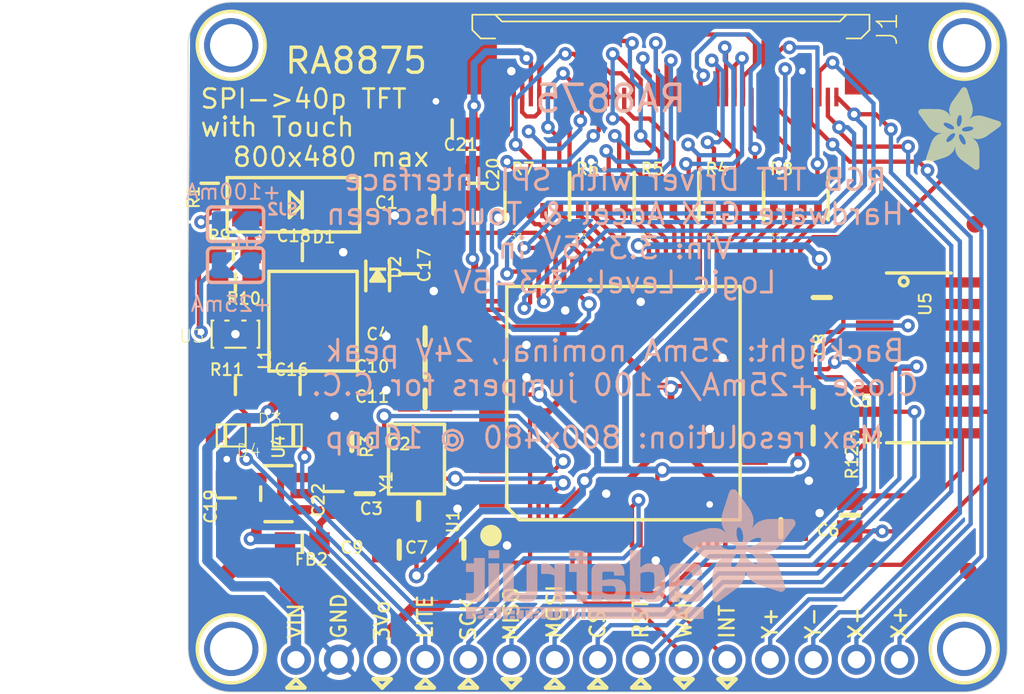
<source format=kicad_pcb>
(kicad_pcb (version 20221018) (generator pcbnew)
  (layers (0 "F.Cu" signal) (31 "B.Cu" signal) (34 "B.Paste" user) (35 "F.Paste" user) (36 "B.SilkS" user "B.Silkscreen") (37 "F.SilkS" user "F.Silkscreen") (38 "B.Mask" user) (39 "F.Mask" user) (44 "Edge.Cuts" user))
  (net 0 "")
  (net 1 "N$4")
  (net 2 "N$5")
  (net 3 "N$6")
  (net 4 "N$7")
  (net 5 "N$8")
  (net 6 "N$9")
  (net 7 "N$10")
  (net 8 "N$11")
  (net 9 "N$12")
  (net 10 "N$13")
  (net 11 "N$14")
  (net 12 "N$15")
  (net 13 "N$16")
  (net 14 "N$17")
  (net 15 "N$18")
  (net 16 "N$19")
  (net 17 "N$20")
  (net 18 "N$21")
  (net 19 "N$22")
  (net 20 "N$23")
  (net 21 "Y-")
  (net 22 "Y+")
  (net 23 "X-")
  (net 24 "X+")
  (net 25 "GND")
  (net 26 "+3V3")
  (net 27 "INT")
  (net 28 "WAIT")
  (net 29 "N$3")
  (net 30 "RESET")
  (net 31 "1.5V")
  (net 32 "N$2")
  (net 33 "N$28")
  (net 34 "HSYNC")
  (net 35 "VSYNC")
  (net 36 "PIXCLK")
  (net 37 "DE")
  (net 38 "PWM0")
  (net 39 "LEDK")
  (net 40 "R3")
  (net 41 "R4")
  (net 42 "R5")
  (net 43 "R6")
  (net 44 "R7")
  (net 45 "G2")
  (net 46 "G3")
  (net 47 "G4")
  (net 48 "G5")
  (net 49 "G6")
  (net 50 "G7")
  (net 51 "B3")
  (net 52 "B4")
  (net 53 "B5")
  (net 54 "B6")
  (net 55 "B7")
  (net 56 "ON/OFF")
  (net 57 "N$1")
  (net 58 "+24V")
  (net 59 "VIN")
  (net 60 "N$25")
  (net 61 "SPI_CLK_3V")
  (net 62 "MOSI_3V")
  (net 63 "MISO")
  (net 64 "SPI_CS_3V")
  (net 65 "RESET_3V")
  (net 66 "SCK")
  (net 67 "MOSI")
  (net 68 "CS")
  (net 69 "BACKLITE")
  (net 70 "SHDN")
  (net 71 "N$24")
  (net 72 "N$26")
  (footprint "working:MOUNTINGHOLE_2.5_PLATED" (layer "F.Cu") (at 170.0911 122.7836)
    (fp_text reference "U$23" hide)
    (fp_text value "MOUNTINGHOLE2.5" hide)
  )
  (footprint "working:0805-NO" (layer "F.Cu") (at 134.7771 113.6396 90)
    (fp_text reference "R3")
    (fp_text value "1M")
  )
  (footprint "working:FIDUCIAL_1MM" (layer "F.Cu") (at 170.3451 118.2116)
    (fp_text reference "FID2" hide)
    (fp_text value "FIDUCIAL\"\"" hide)
  )
  (footprint "working:0805-NO" (layer "F.Cu") (at 138.8411 96.6216 180)
    (fp_text reference "C1")
    (fp_text value "0.1uF")
  )
  (footprint "working:_0805MP" (layer "F.Cu") (at 130.9671 107.2896)
    (fp_text reference "C16")
    (fp_text value "10uF")
  )
  (footprint "working:SOIC16" (layer "F.Cu") (at 167.4161 105.6386 -90)
    (fp_text reference "U5")
    (fp_text value "74HC4050")
  )
  (footprint "working:INDUCTOR_5X5MM_NR5040_NOTHERMALS" (layer "F.Cu") (at 131.7291 103.4796 90)
    (fp_text reference "L1")
    (fp_text value "6.8uH large inductor")
  )
  (footprint "working:RESPACK_4X0603" (layer "F.Cu") (at 144.9371 96.1136)
    (fp_text reference "R7")
    (fp_text value "33")
  )
  (footprint "working:RESPACK_4X0603" (layer "F.Cu") (at 152.5571 96.1136)
    (fp_text reference "R5")
    (fp_text value "33")
  )
  (footprint "working:RESPACK_4X0603" (layer "F.Cu") (at 160.1771 96.1136)
    (fp_text reference "R8")
    (fp_text value "33")
  )
  (footprint "working:0805-NO" (layer "F.Cu") (at 163.3521 114.9096 90)
    (fp_text reference "R12")
    (fp_text value "10K")
  )
  (footprint "working:MOUNTINGHOLE_2.5_PLATED" (layer "F.Cu") (at 126.9111 87.2236)
    (fp_text reference "U$21" hide)
    (fp_text value "MOUNTINGHOLE2.5" hide)
  )
  (footprint "working:_0805MP" (layer "F.Cu") (at 141.3811 95.3516 -90)
    (fp_text reference "C20")
    (fp_text value "1uF")
  )
  (footprint "working:_0805MP" (layer "F.Cu") (at 125.6411 95.3516 90)
    (fp_text reference "R1")
    (fp_text value "3Ω")
  )
  (footprint "working:_0805MP" (layer "F.Cu") (at 127.1571 101.1936 180)
    (fp_text reference "R10")
    (fp_text value "12Ω")
  )
  (footprint "working:0805-NO" (layer "F.Cu") (at 159.2881 115.6716)
    (fp_text reference "C6")
    (fp_text value "0.1uF")
  )
  (footprint "working:_0805MP" (layer "F.Cu") (at 137.3331 100.6856 -90)
    (fp_text reference "C17")
    (fp_text value "1uF")
  )
  (footprint "working:MOUNTINGHOLE_2.5_PLATED" (layer "F.Cu") (at 170.0911 87.2236)
    (fp_text reference "U$22" hide)
    (fp_text value "MOUNTINGHOLE2.5" hide)
  )
  (footprint "working:0805-NO" (layer "F.Cu") (at 161.7011 102.0826 -90)
    (fp_text reference "C8")
    (fp_text value "0.1uF")
  )
  (footprint "working:SMADIODE" (layer "F.Cu") (at 130.5861 96.6216 180)
    (fp_text reference "D1")
    (fp_text value "MM3Z24VT1G")
  )
  (footprint "working:_0805MP" (layer "F.Cu") (at 131.1021 99.4076)
    (fp_text reference "C18")
    (fp_text value "0.1uF")
  )
  (footprint "working:CRYSTAL_3.2X2.5" (layer "F.Cu") (at 137.8251 111.6076 90)
    (fp_text reference "Y1")
    (fp_text value "20MHz")
  )
  (footprint "working:FIDUCIAL_1MM" (layer "F.Cu") (at 170.7261 97.7646)
    (fp_text reference "FID3" hide)
    (fp_text value "FIDUCIAL\"\"" hide)
  )
  (footprint "working:SOD-123" (layer "F.Cu") (at 135.5391 100.8126 -90)
    (fp_text reference "D2")
    (fp_text value "MBR0540")
  )
  (footprint "working:LQFP100" (layer "F.Cu") (at 150.0171 108.3056)
    (fp_text reference "U1")
    (fp_text value "RA8875")
  )
  (footprint "working:0805-NO" (layer "F.Cu") (at 138.3331 104.3686 180)
    (fp_text reference "C4")
    (fp_text value "0.1uF")
  )
  (footprint "working:1X15-CB" (layer "F.Cu") (at 148.5011 123.4186 180)
    (fp_text reference "JP1" hide)
    (fp_text value "Breakout" hide)
  )
  (footprint "working:0805-NO" (layer "F.Cu") (at 134.0151 110.5916)
    (fp_text reference "C2")
    (fp_text value "20pF")
  )
  (footprint "working:_0805MP" (layer "F.Cu") (at 132.9991 113.5126 90)
    (fp_text reference "C22")
    (fp_text value "10uF")
  )
  (footprint "working:4-1734839-0" (layer "F.Cu") (at 152.8111 87.7316)
    (fp_text reference "J1")
    (fp_text value "40PINFPCM4-1734839-0")
  )
  (footprint "working:RESPACK_4X0603" (layer "F.Cu") (at 148.7471 96.1136)
    (fp_text reference "R6")
    (fp_text value "33")
  )
  (footprint "working:MOUNTINGHOLE_2.5_PLATED" (layer "F.Cu") (at 126.9111 122.7836)
    (fp_text reference "U$24" hide)
    (fp_text value "MOUNTINGHOLE2.5" hide)
  )
  (footprint "working:0805-NO" (layer "F.Cu") (at 140.6191 116.9416 180)
    (fp_text reference "C7")
    (fp_text value "0.1uF")
  )
  (footprint "working:FIDUCIAL_1MM" (layer "F.Cu") (at 126.7841 118.2116)
    (fp_text reference "FID1" hide)
    (fp_text value "FIDUCIAL\"\"" hide)
  )
  (footprint "working:0805-NO" (layer "F.Cu") (at 137.9521 114.6556 180)
    (fp_text reference "C3")
    (fp_text value "20pF")
  )
  (footprint "working:SOT23-5@1" (layer "F.Cu") (at 127.1571 104.2416 180)
    (fp_text reference "U3")
    (fp_text value "FAN5333BSX")
  )
  (footprint "working:0805-NO" (layer "F.Cu") (at 138.3331 106.2736 180)
    (fp_text reference "C10")
    (fp_text value "0.1uF")
  )
  (footprint "working:ADAFRUIT_5MM" (layer "F.Cu") (at 167.3921 94.5616)
    (fp_text reference "U$18" hide)
    (fp_text value "" hide)
  )
  (footprint "working:_0805MP" (layer "F.Cu") (at 139.9301 92.1256 180)
    (fp_text reference "C21")
    (fp_text value "10µF")
  )
  (footprint "working:0805-NO" (layer "F.Cu") (at 161.1931 108.0516)
    (fp_text reference "C5")
    (fp_text value "0.1uF")
  )
  (footprint "working:0805-NO" (layer "F.Cu") (at 161.1931 110.2106)
    (fp_text reference "C12")
    (fp_text value "0.1uF")
  )
  (footprint "working:_0805MP" (layer "F.Cu") (at 126.6491 113.8936 90)
    (fp_text reference "C19")
    (fp_text value "10µF")
  )
  (footprint "working:0805-NO" (layer "F.Cu") (at 136.8091 116.9416 180)
    (fp_text reference "C9")
    (fp_text value "0.1uF")
  )
  (footprint "working:_0805MP" (layer "F.Cu") (at 127.1571 107.2896)
    (fp_text reference "R11")
    (fp_text value "10K")
  )
  (footprint "working:_0805MP" (layer "F.Cu") (at 127.0381 99.4156)
    (fp_text reference "R9")
    (fp_text value "12Ω")
  )
  (footprint "working:SOD-323F" (layer "F.Cu") (at 126.9111 110.2106 180)
    (fp_text reference "D4")
    (fp_text value "1N4148")
  )
  (footprint "working:_0805MP" (layer "F.Cu") (at 131.0941 116.5606 180)
    (fp_text reference "FB2")
    (fp_text value "Ferrite")
  )
  (footprint "working:SOD-323F" (layer "F.Cu") (at 130.2131 110.2106)
    (fp_text reference "D3")
    (fp_text value "1N4148")
  )
  (footprint "working:SOT23-5" (layer "F.Cu") (at 129.6971 113.6396 90)
    (fp_text reference "U4")
    (fp_text value "MIC5225-3.3v")
  )
  (footprint "working:0805-NO" (layer "F.Cu") (at 138.3331 108.0516 180)
    (fp_text reference "C11")
    (fp_text value "0.1uF")
  )
  (footprint "working:RESPACK_4X0603" (layer "F.Cu") (at 156.3671 96.1136)
    (fp_text reference "R4")
    (fp_text value "33")
  )
  (footprint "working:SOLDERJUMPER_ARROW_NOPASTE" (layer "B.Cu") (at 127.1651 100.1776 180)
    (fp_text reference "SJ1")
    (fp_text value "+25mA")
  )
  (footprint "working:ADAFRUIT_TEXT_20MM" (layer "B.Cu") (at 160.3121 121.0056 180)
    (fp_text reference "U$25" hide)
    (fp_text value "" hide)
  )
  (footprint "working:SOLDERJUMPER_ARROW_NOPASTE" (layer "B.Cu") (at 127.1651 97.7646 180)
    (fp_text reference "SJ2")
    (fp_text value "+100mA")
  )
  (gr_line (start 137.8331 125.0696) (end 138.3411 124.5616) (stroke (width 0.254)) (layer "F.SilkS"))
  (gr_line (start 146.4691 125.0696) (end 145.4531 125.0696) (stroke (width 0.254)) (layer "F.SilkS"))
  (gr_line (start 148.5011 124.5616) (end 149.0091 125.0696) (stroke (width 0.254)) (layer "F.SilkS"))
  (gr_line (start 141.3891 125.0696) (end 140.3731 125.0696) (stroke (width 0.254)) (layer "F.SilkS"))
  (gr_line (start 138.3411 124.5616) (end 138.8491 125.0696) (stroke (width 0.254)) (layer "F.SilkS"))
  (gr_line (start 135.2931 124.5616) (end 136.3091 124.5616) (stroke (width 0.254)) (layer "F.SilkS"))
  (gr_line (start 138.8491 125.0696) (end 137.8331 125.0696) (stroke (width 0.254)) (layer "F.SilkS"))
  (gr_line (start 147.9931 125.0696) (end 148.5011 124.5616) (stroke (width 0.254)) (layer "F.SilkS"))
  (gr_line (start 130.7211 124.5616) (end 131.2291 125.0696) (stroke (width 0.254)) (layer "F.SilkS"))
  (gr_line (start 153.5811 125.0696) (end 153.0731 124.5616) (stroke (width 0.254)) (layer "F.SilkS"))
  (gr_line (start 149.0091 125.0696) (end 147.9931 125.0696) (stroke (width 0.254)) (layer "F.SilkS"))
  (gr_line (start 154.0891 124.5616) (end 153.5811 125.0696) (stroke (width 0.254)) (layer "F.SilkS"))
  (gr_line (start 130.2131 125.0696) (end 130.7211 124.5616) (stroke (width 0.254)) (layer "F.SilkS"))
  (gr_line (start 143.4211 125.0696) (end 142.9131 124.5616) (stroke (width 0.254)) (layer "F.SilkS"))
  (gr_line (start 140.8811 124.5616) (end 141.3891 125.0696) (stroke (width 0.254)) (layer "F.SilkS"))
  (gr_line (start 142.9131 124.5616) (end 143.9291 124.5616) (stroke (width 0.254)) (layer "F.SilkS"))
  (gr_line (start 140.3731 125.0696) (end 140.8811 124.5616) (stroke (width 0.254)) (layer "F.SilkS"))
  (gr_line (start 155.6131 124.5616) (end 156.6291 124.5616) (stroke (width 0.254)) (layer "F.SilkS"))
  (gr_line (start 145.4531 125.0696) (end 145.9611 124.5616) (stroke (width 0.254)) (layer "F.SilkS"))
  (gr_line (start 136.3091 124.5616) (end 135.8011 125.0696) (stroke (width 0.254)) (layer "F.SilkS"))
  (gr_line (start 151.5491 125.0696) (end 150.5331 125.0696) (stroke (width 0.254)) (layer "F.SilkS"))
  (gr_line (start 143.9291 124.5616) (end 143.4211 125.0696) (stroke (width 0.254)) (layer "F.SilkS"))
  (gr_line (start 131.2291 125.0696) (end 130.2131 125.0696) (stroke (width 0.254)) (layer "F.SilkS"))
  (gr_line (start 145.9611 124.5616) (end 146.4691 125.0696) (stroke (width 0.254)) (layer "F.SilkS"))
  (gr_line (start 135.8011 125.0696) (end 135.2931 124.5616) (stroke (width 0.254)) (layer "F.SilkS"))
  (gr_line (start 156.6291 124.5616) (end 156.1211 125.0696) (stroke (width 0.254)) (layer "F.SilkS"))
  (gr_line (start 156.1211 125.0696) (end 155.6131 124.5616) (stroke (width 0.254)) (layer "F.SilkS"))
  (gr_line (start 151.0411 124.5616) (end 151.5491 125.0696) (stroke (width 0.254)) (layer "F.SilkS"))
  (gr_line (start 150.5331 125.0696) (end 151.0411 124.5616) (stroke (width 0.254)) (layer "F.SilkS"))
  (gr_line (start 153.0731 124.5616) (end 154.0891 124.5616) (stroke (width 0.254)) (layer "F.SilkS"))
  (gr_arc (start 172.6311 122.7836) (mid 171.887151 124.579651) (end 170.0911 125.3236) (stroke (width 0.05)) (layer "Edge.Cuts"))
  (gr_arc (start 126.9111 125.3236) (mid 125.115049 124.579651) (end 124.3711 122.7836) (stroke (width 0.05)) (layer "Edge.Cuts"))
  (gr_arc (start 124.3711 87.2236) (mid 125.115049 85.427549) (end 126.9111 84.6836) (stroke (width 0.05)) (layer "Edge.Cuts"))
  (gr_line (start 170.0911 125.3236) (end 126.9111 125.3236) (stroke (width 0.05)) (layer "Edge.Cuts"))
  (gr_line (start 126.9111 84.6836) (end 170.0911 84.6836) (stroke (width 0.05)) (layer "Edge.Cuts"))
  (gr_line (start 172.6311 87.2236) (end 172.6311 122.7836) (stroke (width 0.05)) (layer "Edge.Cuts"))
  (gr_arc (start 170.0911 84.6836) (mid 171.887151 85.427549) (end 172.6311 87.2236) (stroke (width 0.05)) (layer "Edge.Cuts"))
  (gr_line (start 124.3711 122.7836) (end 124.3711 87.2236) (stroke (width 0.05)) (layer "Edge.Cuts"))
  (gr_text "RA8875" (at 153.8351 91.2876) (layer "B.SilkS") (effects (font (size 1.56464 1.56464) (thickness 0.21336)) (justify left bottom mirror)))
  (gr_text "+25mA" (at 126.9111 102.4636) (layer "B.SilkS") (effects (font (size 0.89408 0.89408) (thickness 0.12192)) (justify mirror)))
  (gr_text "Max resolution: 800x480 @ 16bpp" (at 148.8821 110.3376) (layer "B.SilkS") (effects (font (size 1.251712 1.251712) (thickness 0.170688)) (justify mirror)))
  (gr_text "RGB TFT Driver with SPI Interface\nHardware GFX Accel & Touchscreen\nVin: 3.3-5V in\nLogic Level: 3.3-5V\n\nBacklight: 25mA nominal, 24V peak\nClose +25mA/+100 jumpers for C.C." (at 149.5171 101.1936) (layer "B.SilkS") (effects (font (size 1.251712 1.251712) (thickness 0.170688)) (justify mirror)))
  (gr_text "+100mA" (at 127.0381 95.8596) (layer "B.SilkS") (effects (font (size 0.89408 0.89408) (thickness 0.12192)) (justify mirror)))
  (gr_text "MISO" (at 143.4131 122.4026 90) (layer "F.SilkS") (effects (font (size 0.87376 0.87376) (thickness 0.14224)) (justify left)))
  (gr_text "GND" (at 133.2531 122.2756 90) (layer "F.SilkS") (effects (font (size 0.87376 0.87376) (thickness 0.14224)) (justify left)))
  (gr_text "MOSI" (at 145.9531 122.2756 90) (layer "F.SilkS") (effects (font (size 0.87376 0.87376) (thickness 0.14224)) (justify left)))
  (gr_text "Y-" (at 161.1931 122.2756 90) (layer "F.SilkS") (effects (font (size 0.87376 0.87376) (thickness 0.14224)) (justify left)))
  (gr_text "800x480 max" (at 126.9111 94.4626) (layer "F.SilkS") (effects (font (size 1.1176 1.1176) (thickness 0.1524)) (justify left bottom)))
  (gr_text "CS" (at 148.4931 122.2756 90) (layer "F.SilkS") (effects (font (size 0.87376 0.87376) (thickness 0.14224)) (justify left)))
  (gr_text "RA8875" (at 129.9591 89.0016) (layer "F.SilkS") (effects (font (size 1.475232 1.475232) (thickness 0.201168)) (justify left bottom)))
  (gr_text "RST" (at 151.0331 122.2756 90) (layer "F.SilkS") (effects (font (size 0.87376 0.87376) (thickness 0.14224)) (justify left)))
  (gr_text "with Touch" (at 125.0061 92.6846) (layer "F.SilkS") (effects (font (size 1.1176 1.1176) (thickness 0.1524)) (justify left bottom)))
  (gr_text "SCK" (at 140.8731 122.4026 90) (layer "F.SilkS") (effects (font (size 0.87376 0.87376) (thickness 0.14224)) (justify left)))
  (gr_text "SPI->40p TFT" (at 125.0061 91.0336) (layer "F.SilkS") (effects (font (size 1.1176 1.1176) (thickness 0.1524)) (justify left bottom)))
  (gr_text "LITE" (at 138.3331 122.2756 90) (layer "F.SilkS") (effects (font (size 0.87376 0.87376) (thickness 0.14224)) (justify left)))
  (gr_text "X+" (at 166.2731 122.2756 90) (layer "F.SilkS") (effects (font (size 0.87376 0.87376) (thickness 0.14224)) (justify left)))
  (gr_text "3Vo" (at 135.7931 122.4026 90) (layer "F.SilkS") (effects (font (size 0.87376 0.87376) (thickness 0.14224)) (justify left)))
  (gr_text "INT" (at 156.1131 122.2756 90) (layer "F.SilkS") (effects (font (size 0.87376 0.87376) (thickness 0.14224)) (justify left)))
  (gr_text "WAIT" (at 153.5731 122.2756 90) (layer "F.SilkS") (effects (font (size 0.87376 0.87376) (thickness 0.14224)) (justify left)))
  (gr_text "Y+" (at 158.6531 122.2756 90) (layer "F.SilkS") (effects (font (size 0.87376 0.87376) (thickness 0.14224)) (justify left)))
  (gr_text "VIN" (at 130.7131 122.2756 90) (layer "F.SilkS") (effects (font (size 0.87376 0.87376) (thickness 0.14224)) (justify left)))
  (gr_text "X-" (at 163.7331 122.2756 90) (layer "F.SilkS") (effects (font (size 0.87376 0.87376) (thickness 0.14224)) (justify left)))
  (segment (start 157.6391 98.1436) (end 157.6671 98.1436) (width 0.254) (layer "F.Cu") (net 1))
  (segment (start 156.1161 100.5556) (end 156.0171 100.5556) (width 0.254) (layer "F.Cu") (net 1))
  (segment (start 156.8751 98.9076) (end 157.6391 98.1436) (width 0.254) (layer "F.Cu") (net 1))
  (segment (start 156.8751 99.7966) (end 156.8751 98.9076) (width 0.254) (layer "F.Cu") (net 1))
  (segment (start 156.8751 99.7966) (end 156.1161 100.5556) (width 0.254) (layer "F.Cu") (net 1))
  (segment (start 157.6671 98.1436) (end 157.6671 96.9636) (width 0.254) (layer "F.Cu") (net 1))
  (segment (start 156.8751 98.1456) (end 156.8751 97.0716) (width 0.254) (layer "F.Cu") (net 2))
  (segment (start 156.8751 97.0716) (end 156.7671 96.9636) (width 0.254) (layer "F.Cu") (net 2))
  (segment (start 155.6051 98.6536) (end 156.3671 98.6536) (width 0.254) (layer "F.Cu") (net 2))
  (segment (start 155.5171 98.7416) (end 155.6051 98.6536) (width 0.254) (layer "F.Cu") (net 2))
  (segment (start 155.5171 100.5556) (end 155.5171 98.7416) (width 0.254) (layer "F.Cu") (net 2))
  (segment (start 156.3671 98.6536) (end 156.8751 98.1456) (width 0.254) (layer "F.Cu") (net 2))
  (segment (start 155.3511 98.1456) (end 155.8591 98.1456) (width 0.254) (layer "F.Cu") (net 3))
  (segment (start 155.0171 98.4796) (end 155.3511 98.1456) (width 0.254) (layer "F.Cu") (net 3))
  (segment (start 155.9671 98.0376) (end 155.9671 96.9636) (width 0.254) (layer "F.Cu") (net 3))
  (segment (start 155.8591 98.1456) (end 155.9671 98.0376) (width 0.254) (layer "F.Cu") (net 3))
  (segment (start 155.0171 100.5556) (end 155.0171 98.4796) (width 0.254) (layer "F.Cu") (net 3))
  (segment (start 155.0971 97.6376) (end 155.0971 96.9936) (width 0.254) (layer "F.Cu") (net 4))
  (segment (start 155.0971 96.9936) (end 155.0671 96.9636) (width 0.254) (layer "F.Cu") (net 4))
  (segment (start 154.5171 100.5556) (end 154.5171 98.2176) (width 0.254) (layer "F.Cu") (net 4))
  (segment (start 154.5171 98.2176) (end 155.0971 97.6376) (width 0.254) (layer "F.Cu") (net 4))
  (segment (start 154.0171 100.5556) (end 154.0171 97.1236) (width 0.254) (layer "F.Cu") (net 5))
  (segment (start 154.0171 97.1236) (end 153.8571 96.9636) (width 0.254) (layer "F.Cu") (net 5))
  (segment (start 153.5171 100.5556) (end 153.5171 97.8356) (width 0.254) (layer "F.Cu") (net 6))
  (segment (start 152.9571 97.2756) (end 152.9571 96.9636) (width 0.254) (layer "F.Cu") (net 6))
  (segment (start 153.5171 97.8356) (end 152.9571 97.2756) (width 0.254) (layer "F.Cu") (net 6))
  (segment (start 152.5571 97.8916) (end 152.1571 97.4916) (width 0.254) (layer "F.Cu") (net 7))
  (segment (start 153.0171 98.0976) (end 152.8111 97.8916) (width 0.254) (layer "F.Cu") (net 7))
  (segment (start 152.1571 97.4916) (end 152.1571 96.9636) (width 0.254) (layer "F.Cu") (net 7))
  (segment (start 152.8111 97.8916) (end 152.5571 97.8916) (width 0.254) (layer "F.Cu") (net 7))
  (segment (start 153.0171 100.5556) (end 153.0171 98.0976) (width 0.254) (layer "F.Cu") (net 7))
  (segment (start 151.2571 97.3536) (end 151.2571 96.9636) (width 0.254) (layer "F.Cu") (net 8))
  (segment (start 152.5171 98.6136) (end 151.2571 97.3536) (width 0.254) (layer "F.Cu") (net 8))
  (segment (start 152.5171 100.5556) (end 152.5171 98.6136) (width 0.254) (layer "F.Cu") (net 8))
  (segment (start 150.3591 96.9636) (end 150.0471 96.9636) (width 0.254) (layer "F.Cu") (net 9))
  (segment (start 150.5251 97.3836) (end 150.5251 97.1296) (width 0.254) (layer "F.Cu") (net 9))
  (segment (start 152.0171 100.5556) (end 152.0171 98.8756) (width 0.254) (layer "F.Cu") (net 9))
  (segment (start 150.5251 97.1296) (end 150.3591 96.9636) (width 0.254) (layer "F.Cu") (net 9))
  (segment (start 152.0171 98.8756) (end 150.5251 97.3836) (width 0.254) (layer "F.Cu") (net 9))
  (segment (start 149.1471 97.2756) (end 149.1471 96.9636) (width 0.254) (layer "F.Cu") (net 10))
  (segment (start 150.0171 100.5556) (end 150.0171 98.1456) (width 0.254) (layer "F.Cu") (net 10))
  (segment (start 150.0171 98.1456) (end 149.1471 97.2756) (width 0.254) (layer "F.Cu") (net 10))
  (segment (start 148.3661 97.3836) (end 148.3661 96.9826) (width 0.254) (layer "F.Cu") (net 11))
  (segment (start 149.5171 98.5346) (end 148.3661 97.3836) (width 0.254) (layer "F.Cu") (net 11))
  (segment (start 148.3661 96.9826) (end 148.3471 96.9636) (width 0.254) (layer "F.Cu") (net 11))
  (segment (start 149.5171 100.5556) (end 149.5171 98.5346) (width 0.254) (layer "F.Cu") (net 11))
  (segment (start 148.3471 97.2376) (end 148.3471 96.9636) (width 0.254) (layer "F.Cu") (net 11))
  (segment (start 149.0171 98.7966) (end 147.4771 97.2566) (width 0.254) (layer "F.Cu") (net 12))
  (segment (start 147.4771 97.2566) (end 147.4771 96.9936) (width 0.254) (layer "F.Cu") (net 12))
  (segment (start 149.0171 100.5556) (end 149.0171 98.7966) (width 0.254) (layer "F.Cu") (net 12))
  (segment (start 147.4771 96.9936) (end 147.4471 96.9636) (width 0.254) (layer "F.Cu") (net 12))
  (segment (start 147.2231 97.7646) (end 146.9691 97.7646) (width 0.254) (layer "F.Cu") (net 13))
  (segment (start 146.2071 97.0026) (end 146.2071 96.9936) (width 0.254) (layer "F.Cu") (net 13))
  (segment (start 148.5171 99.0586) (end 147.2231 97.7646) (width 0.254) (layer "F.Cu") (net 13))
  (segment (start 148.5171 100.5556) (end 148.5171 99.0586) (width 0.254) (layer "F.Cu") (net 13))
  (segment (start 146.9691 97.7646) (end 146.2071 97.0026) (width 0.254) (layer "F.Cu") (net 13))
  (segment (start 146.2951 96.9636) (end 146.2371 96.9636) (width 0.254) (layer "F.Cu") (net 13))
  (segment (start 146.2071 96.9936) (end 146.2371 96.9636) (width 0.254) (layer "F.Cu") (net 13))
  (segment (start 146.9691 98.2726) (end 146.3341 98.2726) (width 0.254) (layer "F.Cu") (net 14))
  (segment (start 145.3371 97.2756) (end 145.3371 96.9636) (width 0.254) (layer "F.Cu") (net 14))
  (segment (start 148.0171 99.3206) (end 146.9691 98.2726) (width 0.254) (layer "F.Cu") (net 14))
  (segment (start 146.3341 98.2726) (end 145.3371 97.2756) (width 0.254) (layer "F.Cu") (net 14))
  (segment (start 148.0171 100.5556) (end 148.0171 99.3206) (width 0.254) (layer "F.Cu") (net 14))
  (segment (start 145.4451 97.0716) (end 145.3371 96.9636) (width 0.254) (layer "F.Cu") (net 14))
  (segment (start 146.7151 98.7806) (end 146.0801 98.7806) (width 0.254) (layer "F.Cu") (net 15))
  (segment (start 146.0801 98.7806) (end 145.0641 97.7646) (width 0.254) (layer "F.Cu") (net 15))
  (segment (start 144.8101 97.7646) (end 144.5371 97.4916) (width 0.254) (layer "F.Cu") (net 15))
  (segment (start 144.5561 97.3836) (end 144.5561 96.9826) (width 0.254) (layer "F.Cu") (net 15))
  (segment (start 144.5371 97.4916) (end 144.5371 96.9636) (width 0.254) (layer "F.Cu") (net 15))
  (segment (start 147.5171 99.5826) (end 146.7151 98.7806) (width 0.254) (layer "F.Cu") (net 15))
  (segment (start 145.0641 97.7646) (end 144.8101 97.7646) (width 0.254) (layer "F.Cu") (net 15))
  (segment (start 144.5561 96.9826) (end 144.5371 96.9636) (width 0.254) (layer "F.Cu") (net 15))
  (segment (start 147.5171 100.5556) (end 147.5171 99.5826) (width 0.254) (layer "F.Cu") (net 15))
  (segment (start 147.9541 102.4636) (end 147.9851 102.4636) (width 0.254) (layer "F.Cu") (net 16))
  (segment (start 143.0711 96.9636) (end 143.6371 96.9636) (width 0.254) (layer "F.Cu") (net 16))
  (segment (start 147.0171 101.5266) (end 147.9541 102.4636) (width 0.254) (layer "F.Cu") (net 16))
  (segment (start 142.6511 97.3836) (end 143.0711 96.9636) (width 0.254) (layer "F.Cu") (net 16))
  (segment (start 147.0171 100.5556) (end 147.0171 101.5266) (width 0.254) (layer "F.Cu") (net 16))
  (via (at 147.9851 102.4636) (size 0.9064) (drill 0.5) (layers "F.Cu" "B.Cu") (net 16))
  (via (at 142.6511 97.3836) (size 0.9064) (drill 0.5) (layers "F.Cu" "B.Cu") (net 16))
  (segment (start 142.2701 100.4316) (end 142.5241 100.1776) (width 0.254) (layer "B.Cu") (net 16))
  (segment (start 142.2701 97.7646) (end 142.6511 97.3836) (width 0.254) (layer "B.Cu") (net 16))
  (segment (start 142.5241 100.1776) (end 142.5241 99.5426) (width 0.254) (layer "B.Cu") (net 16))
  (segment (start 143.5401 103.9876) (end 142.2701 102.7176) (width 0.254) (layer "B.Cu") (net 16))
  (segment (start 142.5241 99.5426) (end 142.2701 99.2886) (width 0.254) (layer "B.Cu") (net 16))
  (segment (start 147.9851 103.2256) (end 147.2231 103.9876) (width 0.254) (layer "B.Cu") (net 16))
  (segment (start 147.9851 102.4636) (end 147.9851 103.2256) (width 0.254) (layer "B.Cu") (net 16))
  (segment (start 142.2701 99.2886) (end 142.2701 97.7646) (width 0.254) (layer "B.Cu") (net 16))
  (segment (start 147.2231 103.9876) (end 143.5401 103.9876) (width 0.254) (layer "B.Cu") (net 16))
  (segment (start 142.2701 102.7176) (end 142.2701 100.4316) (width 0.254) (layer "B.Cu") (net 16))
  (segment (start 158.9071 96.9936) (end 158.8771 96.9636) (width 0.254) (layer "F.Cu") (net 17))
  (segment (start 157.7671 102.3056) (end 157.7671 98.7776) (width 0.254) (layer "F.Cu") (net 17))
  (segment (start 157.7671 98.7776) (end 158.9071 97.6376) (width 0.254) (layer "F.Cu") (net 17))
  (segment (start 158.9071 97.6376) (end 158.9071 96.9936) (width 0.254) (layer "F.Cu") (net 17))
  (segment (start 158.6921 102.8056) (end 158.9071 102.5906) (width 0.254) (layer "F.Cu") (net 18))
  (segment (start 158.9071 98.3996) (end 159.7961 97.5106) (width 0.254) (layer "F.Cu") (net 18))
  (segment (start 157.7671 102.8056) (end 158.6921 102.8056) (width 0.254) (layer "F.Cu") (net 18))
  (segment (start 159.7961 96.9826) (end 159.7771 96.9636) (width 0.254) (layer "F.Cu") (net 18))
  (segment (start 158.9071 102.5906) (end 158.9071 98.3996) (width 0.254) (layer "F.Cu") (net 18))
  (segment (start 159.7961 97.5106) (end 159.7961 96.9826) (width 0.254) (layer "F.Cu") (net 18))
  (segment (start 160.5581 97.6376) (end 160.5581 96.9826) (width 0.254) (layer "F.Cu") (net 19))
  (segment (start 159.4151 102.8446) (end 159.4151 98.7806) (width 0.254) (layer "F.Cu") (net 19))
  (segment (start 160.5581 96.9826) (end 160.5771 96.9636) (width 0.254) (layer "F.Cu") (net 19))
  (segment (start 158.9541 103.3056) (end 159.4151 102.8446) (width 0.254) (layer "F.Cu") (net 19))
  (segment (start 157.7671 103.3056) (end 158.9541 103.3056) (width 0.254) (layer "F.Cu") (net 19))
  (segment (start 159.4151 98.7806) (end 160.5581 97.6376) (width 0.254) (layer "F.Cu") (net 19))
  (segment (start 161.4771 97.4806) (end 161.4771 96.9636) (width 0.254) (layer "F.Cu") (net 20))
  (segment (start 159.9231 103.0986) (end 159.9231 99.0346) (width 0.254) (layer "F.Cu") (net 20))
  (segment (start 157.7671 103.8056) (end 159.2161 103.8056) (width 0.254) (layer "F.Cu") (net 20))
  (segment (start 159.2161 103.8056) (end 159.9231 103.0986) (width 0.254) (layer "F.Cu") (net 20))
  (segment (start 159.9231 99.0346) (end 161.4771 97.4806) (width 0.254) (layer "F.Cu") (net 20))
  (segment (start 144.5171 102.3756) (end 144.1751 102.7176) (width 0.254) (layer "F.Cu") (net 21))
  (segment (start 162.5901 90.2716) (end 162.5611 90.2716) (width 0.254) (layer "F.Cu") (net 21))
  (segment (start 164.8841 91.2876) (end 163.6061 91.2876) (width 0.254) (layer "F.Cu") (net 21))
  (segment (start 163.6061 91.2876) (end 162.5901 90.2716) (width 0.254) (layer "F.Cu") (net 21))
  (segment (start 165.7731 92.1766) (end 164.8841 91.2876) (width 0.254) (layer "F.Cu") (net 21))
  (segment (start 144.5171 100.5556) (end 144.5171 102.3756) (width 0.254) (layer "F.Cu") (net 21))
  (via (at 165.7731 92.1766) (size 0.8001) (drill 0.3937) (layers "F.Cu" "B.Cu") (net 21))
  (via (at 163.6061 91.2876) (size 0.8001) (drill 0.3937) (layers "F.Cu" "B.Cu") (net 21))
  (via (at 144.1751 102.7176) (size 0.8001) (drill 0.3937) (layers "F.Cu" "B.Cu") (net 21))
  (segment (start 164.2411 95.4786) (end 164.2411 92.0496) (width 0.254) (layer "B.Cu") (net 21))
  (segment (start 163.6061 91.4146) (end 163.6061 91.2876) (width 0.254) (layer "B.Cu") (net 21))
  (segment (start 162.7251 120.6246) (end 161.2011 122.1486) (width 0.254) (layer "B.Cu") (net 21))
  (segment (start 162.7251 120.6246) (end 163.9951 120.6246) (width 0.254) (layer "B.Cu") (net 21))
  (segment (start 161.2011 122.1486) (end 161.2011 123.4186) (width 0.254) (layer "B.Cu") (net 21))
  (segment (start 169.8371 114.7826) (end 169.8371 98.7806) (width 0.254) (layer "B.Cu") (net 21))
  (segment (start 144.1751 102.0826) (end 148.6201 97.6376) (width 0.254) (layer "B.Cu") (net 21))
  (segment (start 148.6201 97.6376) (end 162.0821 97.6376) (width 0.254) (layer "B.Cu") (net 21))
  (segment (start 162.0821 97.6376) (end 164.2411 95.4786) (width 0.254) (layer "B.Cu") (net 21))
  (segment (start 165.7731 94.7166) (end 165.7731 92.1766) (width 0.254) (layer "B.Cu") (net 21))
  (segment (start 144.1751 102.7176) (end 144.1751 102.0826) (width 0.254) (layer "B.Cu") (net 21))
  (segment (start 163.9951 120.6246) (end 169.8371 114.7826) (width 0.254) (layer "B.Cu") (net 21))
  (segment (start 164.2411 92.0496) (end 163.6061 91.4146) (width 0.254) (layer "B.Cu") (net 21))
  (segment (start 169.8371 98.7806) (end 165.7731 94.7166) (width 0.254) (layer "B.Cu") (net 21))
  (segment (start 162.0821 88.2396) (end 161.5611 88.7606) (width 0.254) (layer "F.Cu") (net 22))
  (segment (start 161.5611 88.7606) (end 161.5611 90.2716) (width 0.254) (layer "F.Cu") (net 22))
  (segment (start 162.3361 88.2396) (end 162.0821 88.2396) (width 0.254) (layer "F.Cu") (net 22))
  (segment (start 145.0171 100.5556) (end 145.0171 102.0356) (width 0.254) (layer "F.Cu") (net 22))
  (segment (start 145.0171 102.0356) (end 145.3181 102.3366) (width 0.254) (layer "F.Cu") (net 22))
  (via (at 145.3181 102.3366) (size 0.8001) (drill 0.3937) (layers "F.Cu" "B.Cu") (net 22))
  (via (at 162.3361 88.2396) (size 0.8001) (drill 0.3937) (layers "F.Cu" "B.Cu") (net 22))
  (segment (start 158.6611 122.1486) (end 158.6611 123.4186) (width 0.254) (layer "B.Cu") (net 22))
  (segment (start 164.7491 95.8596) (end 164.7491 94.4546) (width 0.254) (layer "B.Cu") (net 22))
  (segment (start 145.3181 101.8286) (end 149.0011 98.1456) (width 0.254) (layer "B.Cu") (net 22))
  (segment (start 169.3291 99.0346) (end 164.7491 94.4546) (width 0.254) (layer "B.Cu") (net 22))
  (segment (start 160.9471 119.8626) (end 162.9791 119.8626) (width 0.254) (layer "B.Cu") (net 22))
  (segment (start 162.4631 98.1456) (end 164.7491 95.8596) (width 0.254) (layer "B.Cu") (net 22))
  (segment (start 164.7491 90.6526) (end 162.3361 88.2396) (width 0.254) (layer "B.Cu") (net 22))
  (segment (start 164.7491 94.4546) (end 164.7491 90.6526) (width 0.254) (layer "B.Cu") (net 22))
  (segment (start 149.0011 98.1456) (end 162.4631 98.1456) (width 0.254) (layer "B.Cu") (net 22))
  (segment (start 145.3181 102.3366) (end 145.3181 101.8286) (width 0.254) (layer "B.Cu") (net 22))
  (segment (start 162.9791 119.8626) (end 169.3291 113.5126) (width 0.254) (layer "B.Cu") (net 22))
  (segment (start 169.3291 113.5126) (end 169.3291 99.0346) (width 0.254) (layer "B.Cu") (net 22))
  (segment (start 160.9471 119.8626) (end 158.6611 122.1486) (width 0.254) (layer "B.Cu") (net 22))
  (segment (start 162.7171 92.0496) (end 162.0611 91.3936) (width 0.254) (layer "F.Cu") (net 23))
  (segment (start 163.6061 93.1926) (end 162.7171 92.3036) (width 0.254) (layer "F.Cu") (net 23))
  (segment (start 145.5171 100.5556) (end 145.5171 99.6146) (width 0.254) (layer "F.Cu") (net 23))
  (segment (start 145.0641 99.1616) (end 144.1751 99.1616) (width 0.254) (layer "F.Cu") (net 23))
  (segment (start 162.7171 92.3036) (end 162.7171 92.0496) (width 0.254) (layer "F.Cu") (net 23))
  (segment (start 145.5171 99.6146) (end 145.0641 99.1616) (width 0.254) (layer "F.Cu") (net 23))
  (segment (start 166.7891 93.1926) (end 163.6061 93.1926) (width 0.254) (layer "F.Cu") (net 23))
  (segment (start 162.0611 91.3936) (end 162.0611 90.2716) (width 0.254) (layer "F.Cu") (net 23))
  (via (at 166.7891 93.1926) (size 0.8001) (drill 0.3937) (layers "F.Cu" "B.Cu") (net 23))
  (via (at 162.7171 92.0496) (size 0.8001) (drill 0.3937) (layers "F.Cu" "B.Cu") (net 23))
  (via (at 144.1751 99.1616) (size 0.8001) (drill 0.3937) (layers "F.Cu" "B.Cu") (net 23))
  (segment (start 163.7411 122.1486) (end 163.7411 123.4186) (width 0.254) (layer "B.Cu") (net 23))
  (segment (start 163.6061 95.3516) (end 163.6061 92.4306) (width 0.254) (layer "B.Cu") (net 23))
  (segment (start 144.1751 99.1616) (end 146.2071 97.1296) (width 0.254) (layer "B.Cu") (net 23))
  (segment (start 170.4721 115.4176) (end 170.4721 98.5266) (width 0.254) (layer "B.Cu") (net 23))
  (segment (start 170.4721 98.5266) (end 166.7891 94.8436) (width 0.254) (layer "B.Cu") (net 23))
  (segment (start 163.6061 92.4306) (end 163.2251 92.0496) (width 0.254) (layer "B.Cu") (net 23))
  (segment (start 146.2071 97.1296) (end 161.8281 97.1296) (width 0.254) (layer "B.Cu") (net 23))
  (segment (start 163.2251 92.0496) (end 162.7171 92.0496) (width 0.254) (layer "B.Cu") (net 23))
  (segment (start 170.4721 115.4176) (end 163.7411 122.1486) (width 0.254) (layer "B.Cu") (net 23))
  (segment (start 161.8281 97.1296) (end 163.6061 95.3516) (width 0.254) (layer "B.Cu") (net 23))
  (segment (start 166.7891 94.8436) (end 166.7891 93.1926) (width 0.254) (layer "B.Cu") (net 23))
  (segment (start 163.3521 94.0816) (end 162.3361 93.0656) (width 0.254) (layer "F.Cu") (net 24))
  (segment (start 144.0171 100.5556) (end 143.2891 100.5556) (width 0.254) (layer "F.Cu") (net 24))
  (segment (start 167.9321 94.5896) (end 167.4241 94.0816) (width 0.254) (layer "F.Cu") (net 24))
  (segment (start 162.3361 93.0656) (end 161.0611 91.7906) (width 0.254) (layer "F.Cu") (net 24))
  (segment (start 167.4241 94.0816) (end 163.3521 94.0816) (width 0.254) (layer "F.Cu") (net 24))
  (segment (start 161.0611 91.7906) (end 161.0611 90.2716) (width 0.254) (layer "F.Cu") (net 24))
  (segment (start 143.2891 100.5556) (end 143.1591 100.6856) (width 0.254) (layer "F.Cu") (net 24))
  (via (at 167.9321 94.5896) (size 0.8001) (drill 0.3937) (layers "F.Cu" "B.Cu") (net 24))
  (via (at 162.3361 93.0656) (size 0.8001) (drill 0.3937) (layers "F.Cu" "B.Cu") (net 24))
  (via (at 143.1591 100.6856) (size 0.8001) (drill 0.3937) (layers "F.Cu" "B.Cu") (net 24))
  (segment (start 161.5741 96.4946) (end 162.9711 95.0976) (width 0.254) (layer "B.Cu") (net 24))
  (segment (start 166.2811 122.1486) (end 166.2811 123.4186) (width 0.254) (layer "B.Cu") (net 24))
  (segment (start 171.1071 98.1456) (end 167.9321 94.9706) (width 0.254) (layer "B.Cu") (net 24))
  (segment (start 171.1071 117.3226) (end 166.2811 122.1486) (width 0.254) (layer "B.Cu") (net 24))
  (segment (start 143.1591 98.9076) (end 145.5721 96.4946) (width 0.254) (layer "B.Cu") (net 24))
  (segment (start 143.1591 100.6856) (end 143.1591 98.9076) (width 0.254) (layer "B.Cu") (net 24))
  (segment (start 171.1071 117.3226) (end 171.1071 98.1456) (width 0.254) (layer "B.Cu") (net 24))
  (segment (start 162.9711 95.0976) (end 162.9711 93.7006) (width 0.254) (layer "B.Cu") (net 24))
  (segment (start 167.9321 94.9706) (end 167.9321 94.5896) (width 0.254) (layer "B.Cu") (net 24))
  (segment (start 145.5721 96.4946) (end 161.5741 96.4946) (width 0.254) (layer "B.Cu") (net 24))
  (segment (start 162.9711 93.7006) (end 162.3361 93.0656) (width 0.254) (layer "B.Cu") (net 24))
  (segment (start 163.4191 111.4806) (end 163.3521 111.4806) (width 0.254) (layer "F.Cu") (net 25))
  (segment (start 144.3021 104.8056) (end 144.3021 104.8766) (width 0.254) (layer "F.Cu") (net 25))
  (segment (start 132.1181 99.4076) (end 132.1261 99.4156) (width 0.254) (layer "F.Cu") (net 25))
  (segment (start 149.0011 114.1476) (end 148.5171 114.1476) (width 0.254) (layer "F.Cu") (net 25))
  (segment (start 149.0611 90.2716) (end 149.5611 90.2716) (width 0.254) (layer "F.Cu") (net 25))
  (segment (start 157.7671 113.3056) (end 160.5111 113.3056) (width 0.254) (layer "F.Cu") (net 25))
  (segment (start 136.0471 115.7986) (end 138.7751 115.7986) (width 0.254) (layer "F.Cu") (net 25))
  (segment (start 155.5171 116.0556) (end 155.5171 114.6946) (width 0.254) (layer "F.Cu") (net 25))
  (segment (start 155.6051 110.3056) (end 155.6051 110.8056) (width 0.254) (layer "F.Cu") (net 25))
  (segment (start 153.0611 90.2716) (end 153.0611 89.2596) (width 0.254) (layer "F.Cu") (net 25))
  (segment (start 155.6051 109.8296) (end 155.6051 110.3056) (width 0.254) (layer "F.Cu") (net 25))
  (segment (start 138.9021 116.1746) (end 138.9021 115.6716) (width 0.254) (layer "F.Cu") (net 25))
  (segment (start 160.6851 115.6716) (end 161.5741 114.7826) (width 0.254) (layer "F.Cu") (net 25))
  (segment (start 140.8731 95.3516) (end 138.8411 95.3516) (width 0.3048) (layer "F.Cu") (net 25))
  (segment (start 159.9791 104.8056) (end 161.7521 103.0326) (width 0.254) (layer "F.Cu") (net 25))
  (segment (start 138.9141 90.5796) (end 138.9681 90.5256) (width 0.4064) (layer "F.Cu") (net 25))
  (segment (start 130.9972 113.6396) (end 131.8561 113.6396) (width 0.4064) (layer "F.Cu") (net 25))
  (segment (start 145.0611 90.2716) (end 145.5611 90.2716) (width 0.254) (layer "F.Cu") (net 25))
  (segment (start 153.5731 86.9696) (end 152.9381 86.3346) (width 0.254) (layer "F.Cu") (net 25))
  (segment (start 132.1261 99.4156) (end 133.5071 99.4156) (width 0.254) (layer "F.Cu") (net 25))
  (segment (start 144.0171 116.0556) (end 143.7911 116.0556) (width 0.254) (layer "F.Cu") (net 25))
  (segment (start 151.5171 116.0556) (end 151.5171 117.1716) (width 0.254) (layer "F.Cu") (net 25))
  (segment (start 138.8411 95.3516) (end 138.0791 96.1136) (width 0.3048) (layer "F.Cu") (net 25))
  (segment (start 137.8911 96.6216) (end 137.8911 97.2566) (width 0.254) (layer "F.Cu") (net 25))
  (segment (start 157.7641 88.3666) (end 157.7641 87.0966) (width 0.254) (layer "F.Cu") (net 25))
  (segment (start 149.0171 114.1476) (end 149.0011 114.1476) (width 0.254) (layer "F.Cu") (net 25))
  (segment (start 156.6211 104.8056) (end 155.8591 105.5676) (width 0.254) (layer "F.Cu") (net 25))
  (segment (start 153.9541 86.5886) (end 153.5731 86.9696) (width 0.254) (layer "F.Cu") (net 25))
  (segment (start 155.8591 105.5676) (end 155.8591 105.6386) (width 0.254) (layer "F.Cu") (net 25))
  (segment (start 136.0471 107.5436) (end 137.3831 107.5436) (width 0.254) (layer "F.Cu") (net 25))
  (segment (start 132.9991 108.3056) (end 132.9991 109.0676) (width 0.4064) (layer "F.Cu") (net 25))
  (segment (start 141.3811 96.3676) (end 141.3811 95.8596) (width 0.3048) (layer "F.Cu") (net 25))
  (segment (start 127.1571 102.9415) (end 127.1571 102.2096) (width 0.4064) (layer "F.Cu") (net 25))
  (segment (start 143.5401 88.8746) (end 143.4131 88.7476) (width 0.254) (layer "F.Cu") (net 25))
  (segment (start 138.0791 96.1136) (end 138.0791 96.4336) (width 0.3048) (layer "F.Cu") (net 25))
  (segment (start 126.6491 112.8776) (end 126.6491 111.6076) (width 0.4064) (layer "F.Cu") (net 25))
  (segment (start 157.7671 104.8056) (end 156.6211 104.8056) (width 0.254) (layer "F.Cu") (net 25))
  (segment (start 140.2381 114.5286) (end 139.0291 114.5286) (width 0.254) (layer "F.Cu") (net 25))
  (segment (start 145.0611 91.1636) (end 144.8101 91.4146) (width 0.254) (layer "F.Cu") (net 25))
  (segment (start 162.1431 110.2106) (end 162.1431 110.0836) (width 0.254) (layer "F.Cu") (net 25))
  (segment (start 157.0611 90.2716) (end 157.0611 89.0696) (width 0.254) (layer "F.Cu") (net 25))
  (segment (start 148.2391 86.3346) (end 147.7311 86.8426) (width 0.254) (layer "F.Cu") (net 25))
  (segment (start 131.9831 107.2896) (end 132.9991 108.3056) (width 0.4064) (layer "F.Cu") (net 25))
  (segment (start 153.5731 88.7476) (end 153.5731 86.9696) (width 0.254) (layer "F.Cu") (net 25))
  (segment (start 144.0611 89.3956) (end 143.4131 88.7476) (width 0.254) (layer "F.Cu") (net 25))
  (segment (start 138.9021 115.6716) (end 138.9021 114.6556) (width 0.254) (layer "F.Cu") (net 25))
  (segment (start 160.5581 90.2686) (end 160.5581 88.7476) (width 0.254) (layer "F.Cu") (net 25))
  (segment (start 139.6691 116.9416) (end 138.9021 116.1746) (width 0.254) (layer "F.Cu") (net 25))
  (segment (start 148.1121 86.9696) (end 147.9851 86.8426) (width 0.254) (layer "F.Cu") (net 25))
  (segment (start 137.3831 106.2736) (end 137.3831 107.5436) (width 0.254) (layer "F.Cu") (net 25))
  (segment (start 162.1431 110.0836) (end 162.1431 108.0516) (width 0.254) (layer "F.Cu") (net 25))
  (segment (start 157.7671 109.3056) (end 155.6051 109.3056) (width 0.254) (layer "F.Cu") (net 25))
  (segment (start 131.8561 113.6396) (end 132.9991 112.4966) (width 0.4064) (layer "F.Cu") (net 25))
  (segment (start 137.3831 107.5436) (end 137.3831 108.0516) (width 0.254) (layer "F.Cu") (net 25))
  (segment (start 149.0171 116.0556) (end 149.0171 114.1476) (width 0.254) (layer "F.Cu") (net 25))
  (segment (start 157.7671 107.8056) (end 155.6051 107.8056) (width 0.254) (layer "F.Cu") (net 25))
  (segment (start 139.0291 114.5286) (end 138.9021 114.6556) (width 0.254) (layer "F.Cu") (net 25))
  (segment (start 147.7311 86.8426) (end 145.5721 86.8426) (width 0.254) (layer "F.Cu") (net 25))
  (segment (start 161.0971 114.3056) (end 161.5741 114.7826) (width 0.254) (layer "F.Cu") (net 25))
  (segment (start 132.9991 112.4966) (end 132.9991 110.6576) (width 0.4064) (layer "F.Cu") (net 25))
  (segment (start 145.0611 90.2716) (end 145.0611 91.1636) (width 0.254) (layer "F.Cu") (net 25))
  (segment (start 148.1121 88.4936) (end 148.1121 86.9696) (width 0.254) (layer "F.Cu") (net 25))
  (segment (start 161.7011 103.0326) (end 161.2591 103.0326) (width 0.254) (layer "F.Cu") (net 25))
  (segment (start 146.5171 116.0556) (end 146.5171 115.1076) (width 0.254) (layer "F.Cu") (net 25))
  (segment (start 146.5171 102.7886) (end 146.5731 102.8446) (width 0.254) (layer "F.Cu") (net 25))
  (segment (start 146.5171 115.1076) (end 146.9691 114.6556) (width 0.254) (layer "F.Cu") (net 25))
  (segment (start 145.5721 86.8426) (end 145.1911 87.2236) (width 0.254) (layer "F.Cu") (net 25))
  (segment (start 155.5171 114.6946) (end 155.0971 114.2746) (width 0.254) (layer "F.Cu") (net 25))
  (segment (start 157.7671 104.8056) (end 159.9791 104.8056) (width 0.254) (layer "F.Cu") (net 25))
  (segment (start 151.5171 117.1716) (end 151.9221 117.5766) (width 0.254) (layer "F.Cu") (net 25))
  (segment (start 157.7671 108.8056) (end 155.6051 108.8056) (width 0.254) (layer "F.Cu") (net 25))
  (segment (start 127.1571 102.2096) (end 128.1731 101.1936) (width 0.4064) (layer "F.Cu") (net 25))
  (segment (start 153.0611 90.2716) (end 153.5611 90.2716) (width 0.254) (layer "F.Cu") (net 25))
  (segment (start 135.8591 116.9416) (end 135.8591 115.9866) (width 0.254) (layer "F.Cu") (net 25))
  (segment (start 145.1911 87.2236) (end 145.1911 88.4936) (width 0.254) (layer "F.Cu") (net 25))
  (segment (start 160.5611 90.2716) (end 160.5581 90.2686) (width 0.254) (layer "F.Cu") (net 25))
  (segment (start 149.5171 114.1476) (end 149.0171 114.1476) (width 0.254) (layer "F.Cu") (net 25))
  (segment (start 133.0651 110.5916) (end 132.9991 110.5256) (width 0.254) (layer "F.Cu") (net 25))
  (segment (start 141.3811 95.8596) (end 140.8731 95.3516) (width 0.3048) (layer "F.Cu") (net 25))
  (segment (start 145.0611 90.2716) (end 145.0611 88.6236) (width 0.254) (layer "F.Cu") (net 25))
  (segment (start 143.7911 116.0556) (end 143.1591 116.6876) (width 0.254) (layer "F.Cu") (net 25))
  (segment (start 155.6051 108.8056) (end 155.6051 109.3056) (width 0.254) (layer "F.Cu") (net 25))
  (segment (start 142.2671 104.8056) (end 144.3021 104.8056) (width 0.254) (layer "F.Cu") (net 25))
  (segment (start 151.0171 102.3366) (end 151.0331 102.3366) (width 0.254) (layer "F.Cu") (net 25))
  (segment (start 144.0481 91.1606) (end 144.0481 90.2846) (width 0.254) (layer "F.Cu") (net 25))
  (segment (start 157.7641 87.0966) (end 157.2561 86.5886) (width 0.254) (layer "F.Cu") (net 25))
  (segment (start 147.9851 86.8426) (end 147.7311 86.8426) (width 0.254) (layer "F.Cu") (net 25))
  (segment (start 145.5611 90.2716) (end 146.0611 90.2716) (width 0.254) (layer "F.Cu") (net 25))
  (segment (start 157.7671 110.3056) (end 155.6051 110.3056) (width 0.254) (layer "F.Cu") (net 25))
  (segment (start 135.8591 115.9866) (end 136.0471 115.7986) (width 0.254) (layer "F.Cu") (net 25))
  (segment (start 155.6051 107.8056) (end 155.6051 108.8056) (width 0.254) (layer "F.Cu") (net 25))
  (segment (start 132.9991 110.5256) (end 132.9991 109.0676) (width 0.254) (layer "F.Cu") (net 25))
  (segment (start 149.0011 114.1476) (end 149.0011 113.6396) (width 0.254) (layer "F.Cu") (net 25))
  (segment (start 148.5171 114.6796) (end 148.5171 116.0556) (width 0.254) (layer "F.Cu") (net 25))
  (segment (start 144.3021 91.4146) (end 144.0481 91.1606) (width 0.254) (layer "F.Cu") (net 25))
  (segment (start 148.4931 114.6556) (end 148.5171 114.6796) (width 0.254) (layer "F.Cu") (net 25))
  (segment (start 149.0611 90.2716) (end 149.0611 89.4426) (width 0.254) (layer "F.Cu") (net 25))
  (segment (start 155.6051 109.8056) (end 155.6051 109.8296) (width 0.254) (layer "F.Cu") (net 25))
  (segment (start 146.5731 102.8446) (end 146.5881 102.8446) (width 0.254) (layer "F.Cu") (net 25))
  (segment (start 145.1911 88.4936) (end 145.0611 88.6236) (width 0.254) (layer "F.Cu") (net 25))
  (segment (start 152.9381 86.3346) (end 148.2391 86.3346) (width 0.254) (layer "F.Cu") (net 25))
  (segment (start 151.0171 100.5556) (end 151.0171 102.3366) (width 0.254) (layer "F.Cu") (net 25))
  (segment (start 163.3521 111.2926) (end 163.3521 111.4806) (width 0.6096) (layer "F.Cu") (net 25))
  (segment (start 137.8911 97.2566) (end 136.5551 97.2566) (width 0.254) (layer "F.Cu") (net 25))
  (segment (start 162.1431 107.765141) (end 162.1431 110.0836) (width 0.4064) (layer "F.Cu") (net 25))
  (segment (start 162.1431 107.765141) (end 162.1431 108.0516) (width 0.254) (layer "F.Cu") (net 25))
  (segment (start 144.0611 90.2716) (end 144.0611 89.3956) (width 0.254) (layer "F.Cu") (net 25))
  (segment (start 137.3831 104.3686) (end 136.0471 104.3686) (width 0.254) (layer "F.Cu") (net 25))
  (segment (start 138.7751 115.7986) (end 138.9021 115.6716) (width 0.254) (layer "F.Cu") (net 25))
  (segment (start 144.0481 90.2846) (end 144.0611 90.2716) (width 0.254) (layer "F.Cu") (net 25))
  (segment (start 144.8101 91.4146) (end 144.3021 91.4146) (width 0.254) (layer "F.Cu") (net 25))
  (segment (start 161.7521 103.0326) (end 161.7011 103.0326) (width 0.254) (layer "F.Cu") (net 25))
  (segment (start 138.0791 96.4336) (end 137.8911 96.6216) (width 0.3048) (layer "F.Cu") (net 25))
  (segment (start 155.6051 109.8296) (end 155.0971 109.8296) (width 0.254) (layer "F.Cu") (net 25))
  (segment (start 157.7671 110.8056) (end 155.6051 110.8056) (width 0.254) (layer "F.Cu") (net 25))
  (segment (start 157.7671 109.8056) (end 155.6051 109.8056) (width 0.254) (layer "F.Cu") (net 25))
  (segment (start 146.5171 100.5556) (end 146.5171 102.7886) (width 0.254) (layer "F.Cu") (net 25))
  (segment (start 160.5111 113.3056) (end 160.9391 112.8776) (width 0.254) (layer "F.Cu") (net 25))
  (segment (start 132.9991 110.6576) (end 133.0651 110.5916) (width 0.4064) (layer "F.Cu") (net 25))
  (segment (start 162.1431 110.0836) (end 163.3521 111.2926) (width 0.6096) (layer "F.Cu") (net 25))
  (segment (start 137.3331 101.7016) (end 138.8411 101.7016) (width 0.6096) (layer "F.Cu") (net 25))
  (segment (start 138.9141 92.1256) (end 138.9141 90.5796) (width 0.4064) (layer "F.Cu") (net 25))
  (segment (start 155.6051 109.3056) (end 155.6051 109.8056) (width 0.254) (layer "F.Cu") (net 25))
  (segment (start 142.2671 106.8056) (end 142.2911 106.7816) (width 0.254) (layer "F.Cu") (net 25))
  (segment (start 155.5171 116.0556) (end 155.0171 116.0556) (width 0.254) (layer "F.Cu") (net 25))
  (segment (start 153.5611 90.2716) (end 154.0611 90.2716) (width 0.254) (layer "F.Cu") (net 25))
  (segment (start 160.2381 115.6716) (end 160.6851 115.6716) (width 0.254) (layer "F.Cu") (net 25))
  (segment (start 149.5171 116.0556) (end 149.5171 114.1476) (width 0.254) (layer "F.Cu") (net 25))
  (segment (start 142.2911 106.7816) (end 144.3021 106.7816) (width 0.254) (layer "F.Cu") (net 25))
  (segment (start 127.1571 102.9415) (end 127.1571 104.2416) (width 0.4064) (layer "F.Cu") (net 25))
  (segment (start 146.9691 114.6556) (end 148.4931 114.6556) (width 0.254) (layer "F.Cu") (net 25))
  (segment (start 164.8161 110.0836) (end 163.4191 111.4806) (width 0.254) (layer "F.Cu") (net 25))
  (segment (start 153.0611 89.2596) (end 153.5731 88.7476) (width 0.254) (layer "F.Cu") (net 25))
  (segment (start 149.0611 89.4426) (end 148.1121 88.4936) (width 0.254) (layer "F.Cu") (net 25))
  (segment (start 148.5171 116.0556) (end 148.5171 114.1476) (width 0.254) (layer "F.Cu") (net 25))
  (segment (start 157.0611 89.0696) (end 157.7641 88.3666) (width 0.254) (layer "F.Cu") (net 25))
  (segment (start 157.7671 114.3056) (end 161.0971 114.3056) (width 0.254) (layer "F.Cu") (net 25))
  (segment (start 157.2561 86.5886) (end 153.9541 86.5886) (width 0.254) (layer "F.Cu") (net 25))
  (via (at 151.9221 117.5766) (size 0.9064) (drill 0.5) (layers "F.Cu" "B.Cu") (net 25))
  (via (at 144.3021 104.8766) (size 0.9064) (drill 0.5) (layers "F.Cu" "B.Cu") (net 25))
  (via (at 143.1591 116.6876) (size 0.9064) (drill 0.5) (layers "F.Cu" "B.Cu") (net 25))
  (via (at 143.4131 88.7476) (size 0.9064) (drill 0.5) (layers "F.Cu" "B.Cu") (net 25))
  (via (at 144.3021 106.7816) (size 0.9064) (drill 0.5) (layers "F.Cu" "B.Cu") (net 25))
  (via (at 126.6491 111.6076) (size 0.8001) (drill 0.3937) (layers "F.Cu" "B.Cu") (net 25))
  (via (at 160.9391 112.8776) (size 0.9064) (drill 0.5) (layers "F.Cu" "B.Cu") (net 25))
  (via (at 155.0971 109.8296) (size 0.9064) (drill 0.5) (layers "F.Cu" "B.Cu") (net 25))
  (via (at 155.0971 114.2746) (size 0.8001) (drill 0.3937) (layers "F.Cu" "B.Cu") (net 25))
  (via (at 136.0471 104.3686) (size 0.9064) (drill 0.5) (layers "F.Cu" "B.Cu") (net 25))
  (via (at 136.0471 107.5436) (size 0.9064) (drill 0.5) (layers "F.Cu" "B.Cu") (net 25))
  (via (at 161.5741 114.7826) (size 0.9064) (drill 0.5) (layers "F.Cu" "B.Cu") (net 25))
  (via (at 163.3521 111.4806) (size 0.9064) (drill 0.5) (layers "F.Cu" "B.Cu") (net 25))
  (via (at 160.5581 88.7476) (size 0.8001) (drill 0.3937) (layers "F.Cu" "B.Cu") (net 25))
  (via (at 138.8411 101.7016) (size 0.9064) (drill 0.5) (layers "F.Cu" "B.Cu") (net 25))
  (via (at 138.9681 90.5256) (size 0.8001) (drill 0.3937) (layers "F.Cu" "B.Cu") (net 25))
  (via (at 146.5881 102.8446) (size 0.9064) (drill 0.5) (layers "F.Cu" "B.Cu") (net 25))
  (via (at 140.2381 114.5286) (size 0.9064) (drill 0.5) (layers "F.Cu" "B.Cu") (net 25))
  (via (at 155.8591 105.6386) (size 0.9064) (drill 0.5) (layers "F.Cu" "B.Cu") (net 25))
  (via (at 151.0331 102.3366) (size 0.9064) (drill 0.5) (layers "F.Cu" "B.Cu") (net 25))
  (via (at 136.5551 97.2566) (size 0.9064) (drill 0.5) (layers "F.Cu" "B.Cu") (net 25))
  (via (at 132.9991 109.0676) (size 0.9064) (drill 0.5) (layers "F.Cu" "B.Cu") (net 25))
  (via (at 127.1571 104.2416) (size 0.9064) (drill 0.5) (layers "F.Cu" "B.Cu") (net 25))
  (via (at 133.5071 99.4156) (size 0.9064) (drill 0.5) (layers "F.Cu" "B.Cu") (net 25))
  (via (at 149.0011 113.6396) (size 0.9064) (drill 0.5) (layers "F.Cu" "B.Cu") (net 25))
  (segment (start 151.0331 102.4636) (end 151.2871 102.4636) (width 0.254) (layer "B.Cu") (net 25))
  (segment (start 155.8591 105.6386) (end 155.3511 105.6386) (width 0.254) (layer "B.Cu") (net 25))
  (segment (start 160.4311 88.6206) (end 160.4311 89.0016) (width 0.254) (layer "B.Cu") (net 25))
  (segment (start 132.9991 109.0676) (end 133.3801 109.0676) (width 0.254) (layer "B.Cu") (net 25))
  (segment (start 138.9681 90.5256) (end 138.9681 90.9066) (width 0.6096) (layer "B.Cu") (net 25))
  (segment (start 151.9221 117.5766) (end 152.3031 117.9576) (width 0.254) (layer "B.Cu") (net 25))
  (segment (start 146.5881 102.9716) (end 146.4611 102.8446) (width 0.254) (layer "B.Cu") (net 25))
  (segment (start 151.0331 102.3366) (end 151.0331 102.4636) (width 0.254) (layer "B.Cu") (net 25))
  (segment (start 155.0971 114.2746) (end 154.8431 114.2746) (width 0.254) (layer "B.Cu") (net 25))
  (segment (start 135.9201 104.4956) (end 135.9201 104.3686) (width 0.254) (layer "B.Cu") (net 25))
  (segment (start 154.8431 114.2746) (end 154.7161 114.1476) (width 0.254) (layer "B.Cu") (net 25))
  (segment (start 160.9391 113.1316) (end 160.9391 112.8776) (width 0.254) (layer "B.Cu") (net 25))
  (segment (start 127.1571 104.2416) (end 127.6651 104.2416) (width 0.4064) (layer "B.Cu") (net 25))
  (segment (start 146.5881 102.8446) (end 146.5881 102.9716) (width 0.254) (layer "B.Cu") (net 25))
  (segment (start 160.5581 88.7476) (end 160.4311 88.6206) (width 0.254) (layer "B.Cu") (net 25))
  (segment (start 143.1591 116.6876) (end 143.0321 116.6876) (width 0.254) (layer "B.Cu") (net 25))
  (segment (start 143.4131 88.7476) (end 143.4131 88.6206) (width 0.254) (layer "B.Cu") (net 25))
  (segment (start 144.3021 106.7816) (end 144.3021 107.1626) (width 0.254) (layer "B.Cu") (net 25))
  (segment (start 143.0321 116.6876) (end 142.9051 116.8146) (width 0.254) (layer "B.Cu") (net 25))
  (segment (start 136.0471 104.3686) (end 135.9201 104.4956) (width 0.254) (layer "B.Cu") (net 25))
  (segment (start 163.3521 111.4806) (end 163.3521 111.2266) (width 0.4064) (layer "B.Cu") (net 25))
  (segment (start 144.4291 104.8766) (end 144.4291 105.0036) (width 0.254) (layer "B.Cu") (net 25))
  (segment (start 154.7161 109.7026) (end 154.7161 109.8296) (width 0.254) (layer "B.Cu") (net 25))
  (segment (start 144.3021 104.8766) (end 144.4291 104.8766) (width 0.254) (layer "B.Cu") (net 25))
  (segment (start 136.5551 97.2566) (end 136.5551 98.0186) (width 0.254) (layer "B.Cu") (net 25))
  (segment (start 150.0171 116.0556) (end 150.0171 113.1316) (width 0.254) (layer "F.Cu") (net 26))
  (segment (start 144.5171 117.4886) (end 144.3021 117.7036) (width 0.254) (layer "F.Cu") (net 26))
  (segment (start 142.2671 102.3056) (end 141.2541 102.3056) (width 0.254) (layer "F.Cu") (net 26))
  (segment (start 140.6191 102.3056) (end 140.6191 102.8056) (width 0.254) (layer "F.Cu") (net 26))
  (segment (start 164.8161 101.1936) (end 167.4161 101.1936) (width 0.3048) (layer "F.Cu") (net 26))
  (segment (start 148.4211 103.8056) (end 146.4611 103.8056) (width 0.4064) (layer "F.Cu") (net 26))
  (segment (start 139.3461 104.3056) (end 140.6191 104.3056) (width 0.4064) (layer "F.Cu") (net 26))
  (segment (start 163.5451 113.7666) (end 163.3521 113.9596) (width 0.3048) (layer "F.Cu") (net 26))
  (segment (start 139.2221 120.2436) (end 137.7061 120.2436) (width 0.6096) (layer "F.Cu") (net 26))
  (segment (start 168.1781 112.3696) (end 166.7811 113.7666) (width 0.3048) (layer "F.Cu") (net 26))
  (segment (start 126.8421 114.5896) (end 128.397 114.5896) (width 0.4064) (layer "F.Cu") (net 26))
  (segment (start 163.2751 113.826232) (end 163.331468 113.8826) (width 0.254) (layer "F.Cu") (net 26))
  (segment (start 156.3951 115.6716) (end 158.3381 115.6716) (width 0.254) (layer "F.Cu") (net 26))
  (segment (start 126.6491 114.7826) (end 126.6491 114.9096) (width 0.4064) (layer "F.Cu") (net 26))
  (segment (start 159.7191 107.3056) (end 160.2431 107.8296) (width 0.254) (layer "F.Cu") (net 26))
  (segment (start 141.2541 101.1936) (end 141.2541 102.3056) (width 0.254) (layer "F.Cu") (net 26))
  (segment (start 157.7671 113.8056) (end 163.1981 113.8056) (width 0.254) (layer "F.Cu") (net 26))
  (segment (start 139.2831 104.3686) (end 139.3461 104.3056) (width 0.4064) (layer "F.Cu") (net 26))
  (segment (start 128.397 115.9557) (end 128.0461 116.3066) (width 0.6096) (layer "F.Cu") (net 26))
  (segment (start 144.3021 108.8136) (end 144.5171 108.8136) (width 0.254) (layer "F.Cu") (net 26))
  (segment (start 142.2671 103.3056) (end 140.6191 103.3056) (width 0.254) (layer "F.Cu") (net 26))
  (segment (start 144.5171 116.0556) (end 144.5171 108.8136) (width 0.254) (layer "F.Cu") (net 26))
  (segment (start 137.7061 120.2436) (end 135.8011 122.1486) (width 0.6096) (layer "F.Cu") (net 26))
  (segment (start 156.0171 113.5436) (end 152.8111 110.3376) (width 0.4064) (layer "F.Cu") (net 26))
  (segment (start 152.8111 107.4326) (end 152.9381 107.3056) (width 0.254) (layer "F.Cu") (net 26))
  (segment (start 156.1831 113.8056) (end 156.0171 113.6396) (width 0.254) (layer "F.Cu") (net 26))
  (segment (start 144.5171 116.0556) (end 144.5171 117.4886) (width 0.254) (layer "F.Cu") (net 26))
  (segment (start 157.7671 107.3056) (end 159.7191 107.3056) (width 0.254) (layer "F.Cu") (net 26))
  (segment (start 168.1781 101.9556) (end 168.1781 112.3696) (width 0.3048) (layer "F.Cu") (net 26))
  (segment (start 141.2001 90.802419) (end 141.217953 90.784566) (width 0.4064) (layer "F.Cu") (net 26))
  (segment (start 163.331468 113.8826) (end 163.3521 113.9596) (width 0.254) (layer "F.Cu") (net 26))
  (segment (start 142.2671 107.8056) (end 143.2941 107.8056) (width 0.254) (layer "F.Cu") (net 26))
  (segment (start 160.2431 107.8296) (end 160.2431 108.0516) (width 0.254) (layer "F.Cu") (net 26))
  (segment (start 140.9461 92.1256) (end 141.217953 91.853747) (width 0.4064) (layer "F.Cu") (net 26))
  (segment (start 139.5291 107.8056) (end 139.2831 108.0516) (width 0.254) (layer "F.Cu") (net 26))
  (segment (start 163.1981 113.8056) (end 163.1981 113.8056) (width 0.254) (layer "F.Cu") (net 26))
  (segment (start 140.6191 103.8056) (end 140.6191 103.3056) (width 0.254) (layer "F.Cu") (net 26))
  (segment (start 144.5171 108.8136) (end 145.5721 108.8136) (width 0.4064) (layer "F.Cu") (net 26))
  (segment (start 141.217953 91.853747) (end 141.217953 90.784566) (width 0.4064) (layer "F.Cu") (net 26))
  (segment (start 126.8421 114.5896) (end 126.6491 114.7826) (width 0.4064) (layer "F.Cu") (net 26))
  (segment (start 150.0171 113.1316) (end 152.8111 110.3376) (width 0.4064) (layer "F.Cu") (net 26))
  (segment (start 145.5721 108.8136) (end 146.4611 107.9246) (width 0.4064) (layer "F.Cu") (net 26))
  (segment (start 152.8111 107.4166) (end 152.8111 107.4326) (width 0.254) (layer "F.Cu") (net 26))
  (segment (start 144.5611 90.2716) (end 144.5611 88.2446) (width 0.254) (layer "F.Cu") (net 26))
  (segment (start 141.2541 101.1936) (end 141.2541 99.9236) (width 0.4064) (layer "F.Cu") (net 26))
  (segment (start 156.3951 115.6716) (end 156.0171 116.0496) (width 0.254) (layer "F.Cu") (net 26))
  (segment (start 167.4161 101.1936) (end 168.1781 101.9556) (width 0.3048) (layer "F.Cu") (net 26))
  (segment (start 144.3021 117.7036) (end 142.3311 117.7036) (width 0.254) (layer "F.Cu") (net 26))
  (segment (start 141.5691 117.8966) (end 139.2221 120.2436) (width 0.6096) (layer "F.Cu") (net 26))
  (segment (start 143.2941 107.8056) (end 144.3021 108.8136) (width 0.254) (layer "F.Cu") (net 26))
  (segment (start 142.3311 117.7036) (end 141.5691 116.9416) (width 0.254) (layer "F.Cu") (net 26))
  (segment (start 146.4611 107.9246) (end 146.4611 103.8056) (width 0.4064) (layer "F.Cu") (net 26))
  (segment (start 156.0171 116.0496) (end 156.0171 116.0556) (width 0.254) (layer "F.Cu") (net 26))
  (segment (start 157.7671 113.8056) (end 156.1831 113.8056) (width 0.254) (layer "F.Cu") (net 26))
  (segment (start 146.4611 103.8056) (end 142.2671 103.8056) (width 0.254) (layer "F.Cu") (net 26))
  (segment (start 141.2541 99.9236) (end 141.1271 99.7966) (width 0.4064) (layer "F.Cu") (net 26))
  (segment (start 135.8011 122.1486) (end 135.8011 123.4186) (width 0.6096) (layer "F.Cu") (net 26))
  (segment (start 150.5171 100.5556) (end 150.5171 101.7096) (width 0.254) (layer "F.Cu") (net 26))
  (segment (start 166.7811 113.7666) (end 163.5451 113.7666) (width 0.3048) (layer "F.Cu") (net 26))
  (segment (start 141.2541 102.3056) (end 140.6191 102.3056) (width 0.254) (layer "F.Cu") (net 26))
  (segment (start 142.2671 103.8056) (end 140.6191 103.8056) (width 0.254) (layer "F.Cu") (net 26))
  (segment (start 142.2671 102.8056) (end 140.6191 102.8056) (width 0.254) (layer "F.Cu") (net 26))
  (segment (start 156.0171 113.6396) (end 156.0171 113.5436) (width 0.254) (layer "F.Cu") (net 26))
  (segment (start 142.2671 107.8056) (end 139.5291 107.8056) (width 0.254) (layer "F.Cu") (net 26))
  (segment (start 150.5171 101.7096) (end 148.4211 103.8056) (width 0.254) (layer "F.Cu") (net 26))
  (segment (start 140.6191 103.8056) (end 140.6191 104.3056) (width 0.254) (layer "F.Cu") (net 26))
  (segment (start 152.9381 107.3056) (end 151.9211 107.3056) (width 0.4064) (layer "F.Cu") (net 26))
  (segment (start 128.397 114.5896) (end 128.397 115.9557) (width 0.6096) (layer "F.Cu") (net 26))
  (segment (start 152.8111 110.3376) (end 152.8111 107.4166) (width 0.4064) (layer "F.Cu") (net 26))
  (segment (start 140.6191 103.3056) (end 140.6191 102.8056) (width 0.254) (layer "F.Cu") (net 26))
  (segment (start 156.0171 116.0556) (end 156.0171 113.6396) (width 0.254) (layer "F.Cu") (net 26))
  (segment (start 151.9211 107.3056) (end 148.4211 103.8056) (width 0.4064) (layer "F.Cu") (net 26))
  (segment (start 144.5611 88.2446) (end 144.3021 87.9856) (width 0.254) (layer "F.Cu") (net 26))
  (segment (start 142.2671 104.3056) (end 140.6191 104.3056) (width 0.254) (layer "F.Cu") (net 26))
  (segment (start 139.2881 104.3736) (end 139.2831 104.3686) (width 0.254) (layer "F.Cu") (net 26))
  (segment (start 163.1981 113.8056) (end 163.2751 113.826232) (width 0.254) (layer "F.Cu") (net 26))
  (segment (start 157.7671 107.3056) (end 152.9381 107.3056) (width 0.254) (layer "F.Cu") (net 26))
  (segment (start 141.5691 116.9416) (end 141.5691 117.8966) (width 0.6096) (layer "F.Cu") (net 26))
  (via (at 152.8111 107.4166) (size 0.9064) (drill 0.5) (layers "F.Cu" "B.Cu") (net 26))
  (via (at 141.217953 90.784566) (size 0.8001) (drill 0.3937) (layers "F.Cu" "B.Cu") (net 26))
  (via (at 128.0461 116.3066) (size 0.8001) (drill 0.3937) (layers "F.Cu" "B.Cu") (net 26))
  (via (at 144.3021 87.9856) (size 0.8001) (drill 0.3937) (layers "F.Cu" "B.Cu") (net 26))
  (via (at 141.1271 99.7966) (size 0.8001) (drill 0.3937) (layers "F.Cu" "B.Cu") (net 26))
  (segment (start 152.8111 107.5436) (end 152.8111 107.4166) (width 0.6096) (layer "B.Cu") (net 26))
  (segment (start 141.8971 87.6046) (end 141.217953 88.283747) (width 0.4064) (layer "B.Cu") (net 26))
  (segment (start 135.8011 120.8866) (end 135.8011 123.4186) (width 0.6096) (layer "B.Cu") (net 26))
  (segment (start 141.217953 88.283747) (end 141.217953 90.784566) (width 0.4064) (layer "B.Cu") (net 26))
  (segment (start 131.2211 116.3066) (end 135.8011 120.8866) (width 0.6096) (layer "B.Cu") (net 26))
  (segment (start 128.0461 116.3066) (end 131.2211 116.3066) (width 0.6096) (layer "B.Cu") (net 26))
  (segment (start 144.3021 87.9856) (end 143.9211 87.6046) (width 0.4064) (layer "B.Cu") (net 26))
  (segment (start 141.1271 99.7966) (end 141.1271 90.875419) (width 0.4064) (layer "B.Cu") (net 26))
  (segment (start 143.9211 87.6046) (end 141.8971 87.6046) (width 0.4064) (layer "B.Cu") (net 26))
  (segment (start 141.1271 90.875419) (end 141.217953 90.784566) (width 0.4064) (layer "B.Cu") (net 26))
  (segment (start 148.0651 119.4816) (end 152.1841 119.4816) (width 0.254) (layer "F.Cu") (net 27))
  (segment (start 152.1841 119.4816) (end 156.1211 123.4186) (width 0.254) (layer "F.Cu") (net 27))
  (segment (start 147.5171 118.9336) (end 148.0651 119.4816) (width 0.254) (layer "F.Cu") (net 27))
  (segment (start 147.5171 116.0556) (end 147.5171 118.9336) (width 0.254) (layer "F.Cu") (net 27))
  (segment (start 147.0171 119.2756) (end 147.8581 120.1166) (width 0.254) (layer "F.Cu") (net 28))
  (segment (start 153.5811 123.1646) (end 153.5811 123.4186) (width 0.254) (layer "F.Cu") (net 28))
  (segment (start 150.5331 120.1166) (end 153.5811 123.1646) (width 0.254) (layer "F.Cu") (net 28))
  (segment (start 147.8581 120.1166) (end 150.5331 120.1166) (width 0.254) (layer "F.Cu") (net 28))
  (segment (start 147.0171 116.0556) (end 147.0171 119.2756) (width 0.254) (layer "F.Cu") (net 28))
  (segment (start 146.0171 100.5556) (end 146.0171 99.4161) (width 0.254) (layer "F.Cu") (net 29))
  (segment (start 144.8736 98.2726) (end 139.8571 98.2726) (width 0.254) (layer "F.Cu") (net 29))
  (segment (start 139.7911 98.2066) (end 139.7911 96.6216) (width 0.254) (layer "F.Cu") (net 29))
  (segment (start 144.8736 98.2726) (end 146.0171 99.4161) (width 0.254) (layer "F.Cu") (net 29))
  (segment (start 139.8571 98.2726) (end 139.7911 98.2066) (width 0.254) (layer "F.Cu") (net 29))
  (segment (start 166.3391 115.8596) (end 169.9561 112.2426) (width 0.254) (layer "F.Cu") (net 30))
  (segment (start 163.3521 115.8596) (end 165.2571 115.8596) (width 0.254) (layer "F.Cu") (net 30))
  (segment (start 169.9561 110.1436) (end 170.0161 110.0836) (width 0.254) (layer "F.Cu") (net 30))
  (segment (start 165.2571 115.8596) (end 166.3391 115.8596) (width 0.254) (layer "F.Cu") (net 30))
  (segment (start 169.9561 112.2426) (end 169.9561 110.1436) (width 0.254) (layer "F.Cu") (net 30))
  (via (at 165.2571 115.8596) (size 0.8001) (drill 0.3937) (layers "F.Cu" "B.Cu") (net 30))
  (segment (start 161.7091 118.8466) (end 155.8671 118.8466) (width 0.254) (layer "B.Cu") (net 30))
  (segment (start 155.8671 118.8466) (end 151.2951 123.4186) (width 0.254) (layer "B.Cu") (net 30))
  (segment (start 165.1961 115.7986) (end 164.7571 115.7986) (width 0.254) (layer "B.Cu") (net 30))
  (segment (start 165.1961 115.7986) (end 165.2571 115.8596) (width 0.254) (layer "B.Cu") (net 30))
  (segment (start 151.2951 123.4186) (end 151.0411 123.4186) (width 0.254) (layer "B.Cu") (net 30))
  (segment (start 164.7571 115.7986) (end 161.7091 118.8466) (width 0.254) (layer "B.Cu") (net 30))
  (segment (start 142.2671 107.3056) (end 143.5561 107.3056) (width 0.254) (layer "F.Cu") (net 31))
  (segment (start 161.5741 101.0056) (end 161.5741 99.7966) (width 0.254) (layer "F.Cu") (net 31))
  (segment (start 152.0171 116.0556) (end 152.0171 112.5286) (width 0.254) (layer "F.Cu") (net 31))
  (segment (start 161.7011 101.1326) (end 161.5741 101.0056) (width 0.254) (layer "F.Cu") (net 31))
  (segment (start 143.5561 107.3056) (end 144.0481 107.7976) (width 0.254) (layer "F.Cu") (net 31))
  (segment (start 158.9731 108.3056) (end 159.1611 108.4936) (width 0.254) (layer "F.Cu") (net 31))
  (segment (start 144.0481 107.7976) (end 145.0641 107.7976) (width 0.254) (layer "F.Cu") (net 31))
  (segment (start 160.1771 110.2106) (end 160.2431 110.2106) (width 0.254) (layer "F.Cu") (net 31))
  (segment (start 142.2671 107.3056) (end 140.8891 107.3056) (width 0.254) (layer "F.Cu") (net 31))
  (segment (start 146.0171 114.8456) (end 147.6041 113.2586) (width 0.254) (layer "F.Cu") (net 31))
  (segment (start 140.8891 107.3056) (end 139.8571 106.2736) (width 0.254) (layer "F.Cu") (net 31))
  (segment (start 160.2431 110.2106) (end 160.3041 110.2716) (width 0.254) (layer "F.Cu") (net 31))
  (segment (start 151.5171 99.1296) (end 151.5171 100.5556) (width 0.254) (layer "F.Cu") (net 31))
  (segment (start 146.0171 116.0556) (end 146.0171 114.8456) (width 0.254) (layer "F.Cu") (net 31))
  (segment (start 159.1611 109.1946) (end 160.1771 110.2106) (width 0.254) (layer "F.Cu") (net 31))
  (segment (start 151.4221 99.0346) (end 150.9061 99.0346) (width 0.254) (layer "F.Cu") (net 31))
  (segment (start 160.3041 110.2716) (end 160.3041 111.8616) (width 0.4064) (layer "F.Cu") (net 31))
  (segment (start 152.0171 112.5286) (end 152.3031 112.2426) (width 0.254) (layer "F.Cu") (net 31))
  (segment (start 157.7671 108.3056) (end 158.9731 108.3056) (width 0.254) (layer "F.Cu") (net 31))
  (segment (start 147.6041 113.0046) (end 147.7311 112.8776) (width 0.254) (layer "F.Cu") (net 31))
  (segment (start 137.7591 116.9416) (end 137.8251 117.0076) (width 0.254) (layer "F.Cu") (net 31))
  (segment (start 159.1611 108.4936) (end 159.1611 109.1946) (width 0.254) (layer "F.Cu") (net 31))
  (segment (start 137.8251 117.0076) (end 137.8251 118.4656) (width 0.254) (layer "F.Cu") (net 31))
  (segment (start 147.6041 113.2586) (end 147.6041 113.0046) (width 0.254) (layer "F.Cu") (net 31))
  (segment (start 139.8571 106.2736) (end 139.2831 106.2736) (width 0.254) (layer "F.Cu") (net 31))
  (segment (start 151.5171 99.1296) (end 151.4221 99.0346) (width 0.254) (layer "F.Cu") (net 31))
  (via (at 161.5741 99.7966) (size 0.9064) (drill 0.5) (layers "F.Cu" "B.Cu") (net 31))
  (via (at 150.9061 99.0346) (size 0.9064) (drill 0.5) (layers "F.Cu" "B.Cu") (net 31))
  (via (at 145.0641 107.7976) (size 0.9064) (drill 0.5) (layers "F.Cu" "B.Cu") (net 31))
  (via (at 152.3031 112.2426) (size 0.9064) (drill 0.5) (layers "F.Cu" "B.Cu") (net 31))
  (via (at 147.7311 112.8776) (size 0.9064) (drill 0.5) (layers "F.Cu" "B.Cu") (net 31))
  (via (at 160.3041 111.8616) (size 0.9064) (drill 0.5) (layers "F.Cu" "B.Cu") (net 31))
  (via (at 137.8251 118.4656) (size 0.9064) (drill 0.5) (layers "F.Cu" "B.Cu") (net 31))
  (segment (start 141.6351 114.6556) (end 146.5881 114.6556) (width 0.4064) (layer "B.Cu") (net 31))
  (segment (start 147.6041 113.0046) (end 147.7311 112.8776) (width 0.254) (layer "B.Cu") (net 31))
  (segment (start 148.4931 112.2426) (end 150.3981 112.2426) (width 0.4064) (layer "B.Cu") (net 31))
  (segment (start 152.3031 112.2426) (end 159.9231 112.2426) (width 0.4064) (layer "B.Cu") (net 31))
  (segment (start 150.3981 112.2426) (end 152.3031 112.2426) (width 0.4064) (layer "B.Cu") (net 31))
  (segment (start 145.0641 107.7976) (end 148.4931 111.2266) (width 0.4064) (layer "B.Cu") (net 31))
  (segment (start 137.8251 118.4656) (end 141.6351 114.6556) (width 0.4064) (layer "B.Cu") (net 31))
  (segment (start 159.9231 112.2426) (end 160.3041 111.8616) (width 0.4064) (layer "B.Cu") (net 31))
  (segment (start 154.9701 101.7016) (end 150.1441 106.5276) (width 0.4064) (layer "B.Cu") (net 31))
  (segment (start 154.9701 99.0346) (end 154.9701 101.7016) (width 0.4064) (layer "B.Cu") (net 31))
  (segment (start 150.1441 111.9886) (end 150.3981 112.2426) (width 0.4064) (layer "B.Cu") (net 31))
  (segment (start 147.7311 112.8776) (end 148.3661 112.2426) (width 0.4064) (layer "B.Cu") (net 31))
  (segment (start 161.5741 99.7966) (end 160.8121 99.0346) (width 0.4064) (layer "B.Cu") (net 31))
  (segment (start 148.4931 111.2266) (end 148.4931 112.2426) (width 0.4064) (layer "B.Cu") (net 31))
  (segment (start 147.6041 113.6396) (end 147.6041 113.0046) (width 0.4064) (layer "B.Cu") (net 31))
  (segment (start 154.9701 99.0346) (end 150.9061 99.0346) (width 0.4064) (layer "B.Cu") (net 31))
  (segment (start 160.8121 99.0346) (end 154.9701 99.0346) (width 0.4064) (layer "B.Cu") (net 31))
  (segment (start 150.1441 106.5276) (end 150.1441 111.9886) (width 0.4064) (layer "B.Cu") (net 31))
  (segment (start 146.5881 114.6556) (end 147.6041 113.6396) (width 0.4064) (layer "B.Cu") (net 31))
  (segment (start 148.3661 112.2426) (end 148.4931 112.2426) (width 0.254) (layer "B.Cu") (net 31))
  (segment (start 145.0171 116.0556) (end 145.0171 113.1786) (width 0.254) (layer "F.Cu") (net 32))
  (segment (start 136.9411 110.5916) (end 134.9651 110.5916) (width 0.254) (layer "F.Cu") (net 32))
  (segment (start 135.9201 110.5076) (end 135.9201 109.0676) (width 0.254) (layer "F.Cu") (net 32))
  (segment (start 134.7771 112.6896) (end 134.9651 112.5016) (width 0.254) (layer "F.Cu") (net 32))
  (segment (start 145.0171 113.1786) (end 146.4611 111.7346) (width 0.254) (layer "F.Cu") (net 32))
  (segment (start 134.9651 112.5016) (end 134.9651 110.5916) (width 0.254) (layer "F.Cu") (net 32))
  (segment (start 137.0251 110.5076) (end 136.9411 110.5916) (width 0.254) (layer "F.Cu") (net 32))
  (segment (start 137.0251 110.5076) (end 135.9201 110.5076) (width 0.254) (layer "F.Cu") (net 32))
  (via (at 146.4611 111.7346) (size 0.9064) (drill 0.5) (layers "F.Cu" "B.Cu") (net 32))
  (via (at 135.9201 109.0676) (size 0.9064) (drill 0.5) (layers "F.Cu" "B.Cu") (net 32))
  (segment (start 135.9201 109.0676) (end 143.7941 109.0676) (width 0.254) (layer "B.Cu") (net 32))
  (segment (start 146.4611 111.7346) (end 143.7941 109.0676) (width 0.254) (layer "B.Cu") (net 32))
  (segment (start 145.5171 113.9486) (end 146.4611 113.0046) (width 0.254) (layer "F.Cu") (net 33))
  (segment (start 136.9361 114.5896) (end 137.0021 114.6556) (width 0.254) (layer "F.Cu") (net 33))
  (segment (start 134.7771 114.5896) (end 136.9361 114.5896) (width 0.254) (layer "F.Cu") (net 33))
  (segment (start 138.6251 112.9666) (end 138.8411 112.7506) (width 0.254) (layer "F.Cu") (net 33))
  (segment (start 137.4441 114.1476) (end 137.4441 114.2136) (width 0.254) (layer "F.Cu") (net 33))
  (segment (start 145.5171 113.9486) (end 145.5171 116.0556) (width 0.254) (layer "F.Cu") (net 33))
  (segment (start 138.6251 112.9666) (end 137.4441 114.1476) (width 0.254) (layer "F.Cu") (net 33))
  (segment (start 137.4441 114.2136) (end 137.0021 114.6556) (width 0.254) (layer "F.Cu") (net 33))
  (segment (start 138.6251 112.7076) (end 138.6251 112.9666) (width 0.254) (layer "F.Cu") (net 33))
  (segment (start 138.8411 112.7506) (end 140.1111 112.7506) (width 0.254) (layer "F.Cu") (net 33))
  (via (at 140.1111 112.7506) (size 0.9064) (drill 0.5) (layers "F.Cu" "B.Cu") (net 33))
  (via (at 146.4611 113.0046) (size 0.9064) (drill 0.5) (layers "F.Cu" "B.Cu") (net 33))
  (segment (start 146.4611 113.0046) (end 146.2071 112.7506) (width 0.254) (layer "B.Cu") (net 33))
  (segment (start 146.2071 112.7506) (end 140.1111 112.7506) (width 0.254) (layer "B.Cu") (net 33))
  (segment (start 159.4151 87.3506) (end 158.7801 87.9856) (width 0.254) (layer "F.Cu") (net 34))
  (segment (start 158.5611 89.4746) (end 158.5611 90.2716) (width 0.254) (layer "F.Cu") (net 34))
  (segment (start 161.4771 95.2636) (end 161.4471 95.2336) (width 0.254) (layer "F.Cu") (net 34))
  (segment (start 159.7961 87.3506) (end 159.4151 87.3506) (width 0.254) (layer "F.Cu") (net 34))
  (segment (start 158.7801 89.2556) (end 158.5611 89.4746) (width 0.254) (layer "F.Cu") (net 34))
  (segment (start 158.7801 87.9856) (end 158.7801 89.2556) (width 0.254) (layer "F.Cu") (net 34))
  (segment (start 161.4471 95.2336) (end 161.4471 94.2086) (width 0.254) (layer "F.Cu") (net 34))
  (via (at 159.7961 87.3506) (size 0.8001) (drill 0.3937) (layers "F.Cu" "B.Cu") (net 34))
  (via (at 161.4471 94.2086) (size 0.8001) (drill 0.3937) (layers "F.Cu" "B.Cu") (net 34))
  (segment (start 161.4471 94.2086) (end 161.4471 87.3506) (width 0.254) (layer "B.Cu") (net 34))
  (segment (start 161.4471 87.3506) (end 159.7961 87.3506) (width 0.254) (layer "B.Cu") (net 34))
  (segment (start 159.0611 90.9336) (end 159.0611 90.2716) (width 0.254) (layer "F.Cu") (net 35))
  (segment (start 160.5771 95.2636) (end 160.5771 92.4496) (width 0.254) (layer "F.Cu") (net 35))
  (segment (start 160.5771 92.4496) (end 159.0611 90.9336) (width 0.254) (layer "F.Cu") (net 35))
  (segment (start 159.7771 94.8626) (end 159.7771 95.2636) (width 0.254) (layer "F.Cu") (net 36))
  (segment (start 159.1611 92.6846) (end 160.0501 93.5736) (width 0.254) (layer "F.Cu") (net 36))
  (segment (start 157.5611 91.9736) (end 157.5611 90.2716) (width 0.254) (layer "F.Cu") (net 36))
  (segment (start 160.0501 94.5896) (end 159.7771 94.8626) (width 0.254) (layer "F.Cu") (net 36))
  (segment (start 157.5611 91.9736) (end 158.2721 92.6846) (width 0.254) (layer "F.Cu") (net 36))
  (segment (start 158.2721 92.6846) (end 159.1611 92.6846) (width 0.254) (layer "F.Cu") (net 36))
  (segment (start 160.0501 93.5736) (end 160.0501 94.5896) (width 0.254) (layer "F.Cu") (net 36))
  (segment (start 159.1611 94.2086) (end 158.8771 94.4926) (width 0.254) (layer "F.Cu") (net 37))
  (segment (start 159.5611 88.6396) (end 159.5611 90.2716) (width 0.254) (layer "F.Cu") (net 37))
  (segment (start 159.5421 88.6206) (end 159.5611 88.6396) (width 0.254) (layer "F.Cu") (net 37))
  (segment (start 158.8771 94.4926) (end 158.8771 95.2636) (width 0.254) (layer "F.Cu") (net 37))
  (via (at 159.5421 88.6206) (size 0.8001) (drill 0.3937) (layers "F.Cu" "B.Cu") (net 37))
  (via (at 159.1611 94.2086) (size 0.8001) (drill 0.3937) (layers "F.Cu" "B.Cu") (net 37))
  (segment (start 159.1611 94.2086) (end 159.5421 93.8276) (width 0.254) (layer "B.Cu") (net 37))
  (segment (start 159.5421 93.8276) (end 159.5421 88.6206) (width 0.254) (layer "B.Cu") (net 37))
  (segment (start 131.2291 111.4806) (end 131.2291 110.2266) (width 0.254) (layer "F.Cu") (net 38))
  (segment (start 131.2291 110.2266) (end 131.2131 110.2106) (width 0.254) (layer "F.Cu") (net 38))
  (segment (start 150.5171 114.4096) (end 150.9061 114.0206) (width 0.254) (layer "F.Cu") (net 38))
  (segment (start 150.5171 116.0556) (end 150.5171 114.4096) (width 0.254) (layer "F.Cu") (net 38))
  (via (at 150.9061 114.0206) (size 0.8001) (drill 0.3937) (layers "F.Cu" "B.Cu") (net 38))
  (via (at 131.2291 111.4806) (size 0.8001) (drill 0.3937) (layers "F.Cu" "B.Cu") (net 38))
  (segment (start 144.1751 117.4496) (end 141.3811 120.2436) (width 0.254) (layer "B.Cu") (net 38))
  (segment (start 141.3811 120.2436) (end 137.6981 120.2436) (width 0.254) (layer "B.Cu") (net 38))
  (segment (start 150.9061 116.5606) (end 150.0171 117.4496) (width 0.254) (layer "B.Cu") (net 38))
  (segment (start 137.6981 120.2436) (end 131.0941 113.6396) (width 0.254) (layer "B.Cu") (net 38))
  (segment (start 131.0941 111.6156) (end 131.2291 111.4806) (width 0.254) (layer "B.Cu") (net 38))
  (segment (start 150.0171 117.4496) (end 144.1751 117.4496) (width 0.254) (layer "B.Cu") (net 38))
  (segment (start 131.0941 113.6396) (end 131.0941 111.6156) (width 0.254) (layer "B.Cu") (net 38))
  (segment (start 150.9061 114.0206) (end 150.9061 116.5606) (width 0.254) (layer "B.Cu") (net 38))
  (segment (start 127.9191 99.4156) (end 126.1411 101.1936) (width 0.254) (layer "F.Cu") (net 39))
  (segment (start 128.0541 96.8041) (end 128.0541 99.4156) (width 0.6096) (layer "F.Cu") (net 39))
  (segment (start 128.0541 99.4156) (end 127.9191 99.4156) (width 0.254) (layer "F.Cu") (net 39))
  (segment (start 143.0611 91.7666) (end 141.5081 93.3196) (width 0.254) (layer "F.Cu") (net 39))
  (segment (start 125.9506 94.3356) (end 128.2366 96.6216) (width 0.254) (layer "F.Cu") (net 39))
  (segment (start 139.7381 93.7006) (end 131.1576 93.7006) (width 0.6096) (layer "F.Cu") (net 39))
  (segment (start 130.0861 99.4076) (end 130.0781 99.4156) (width 0.6096) (layer "F.Cu") (net 39))
  (segment (start 130.0781 99.4156) (end 128.0541 99.4156) (width 0.6096) (layer "F.Cu") (net 39))
  (segment (start 140.1191 93.3196) (end 139.7381 93.7006) (width 0.6096) (layer "F.Cu") (net 39))
  (segment (start 125.6411 94.3356) (end 125.9506 94.3356) (width 0.254) (layer "F.Cu") (net 39))
  (segment (start 126.2071 102.9415) (end 126.2071 101.2596) (width 0.4064) (layer "F.Cu") (net 39))
  (segment (start 131.1576 93.7006) (end 128.2366 96.6216) (width 0.6096) (layer "F.Cu") (net 39))
  (segment (start 143.0611 90.2716) (end 143.0611 91.7666) (width 0.254) (layer "F.Cu") (net 39))
  (segment (start 141.5081 93.3196) (end 140.1191 93.3196) (width 0.254) (layer "F.Cu") (net 39))
  (segment (start 126.2071 101.2596) (end 126.1411 101.1936) (width 0.4064) (layer "F.Cu") (net 39))
  (segment (start 128.2366 96.6216) (end 128.0541 96.8041) (width 0.6096) (layer "F.Cu") (net 39))
  (segment (start 146.5611 90.2716) (end 146.5611 91.8956) (width 0.254) (layer "F.Cu") (net 40))
  (segment (start 147.4471 95.0676) (end 147.4471 95.2636) (width 0.254) (layer "F.Cu") (net 40))
  (segment (start 146.8421 94.4626) (end 147.4471 95.0676) (width 0.254) (layer "F.Cu") (net 40))
  (segment (start 146.8421 92.1766) (end 146.8421 94.4626) (width 0.254) (layer "F.Cu") (net 40))
  (segment (start 146.5611 91.8956) (end 146.8421 92.1766) (width 0.254) (layer "F.Cu") (net 40))
  (segment (start 146.2371 92.7146) (end 145.5721 92.0496) (width 0.254) (layer "F.Cu") (net 41))
  (segment (start 146.2371 95.2636) (end 146.2371 92.7146) (width 0.254) (layer "F.Cu") (net 41))
  (segment (start 147.0611 90.2716) (end 147.0611 89.4746) (width 0.254) (layer "F.Cu") (net 41))
  (segment (start 147.0611 89.4746) (end 146.4611 88.8746) (width 0.254) (layer "F.Cu") (net 41))
  (via (at 146.4611 88.8746) (size 0.8001) (drill 0.3937) (layers "F.Cu" "B.Cu") (net 41))
  (via (at 145.5721 92.0496) (size 0.8001) (drill 0.3937) (layers "F.Cu" "B.Cu") (net 41))
  (segment (start 145.5721 89.7636) (end 146.4611 88.8746) (width 0.254) (layer "B.Cu") (net 41))
  (segment (start 145.5721 92.0496) (end 145.5721 89.7636) (width 0.254) (layer "B.Cu") (net 41))
  (segment (start 147.5611 91.5846) (end 147.4771 91.6686) (width 0.254) (layer "F.Cu") (net 42))
  (segment (start 145.3371 95.2636) (end 145.3371 93.2116) (width 0.254) (layer "F.Cu") (net 42))
  (segment (start 145.3371 93.2116) (end 144.4291 92.3036) (width 0.254) (layer "F.Cu") (net 42))
  (segment (start 147.5611 90.2716) (end 147.5611 91.5846) (width 0.254) (layer "F.Cu") (net 42))
  (via (at 144.4291 92.3036) (size 0.8001) (drill 0.3937) (layers "F.Cu" "B.Cu") (net 42))
  (via (at 147.4771 91.6686) (size 0.8001) (drill 0.3937) (layers "F.Cu" "B.Cu") (net 42))
  (segment (start 146.3341 93.3196) (end 145.4451 93.3196) (width 0.254) (layer "B.Cu") (net 42))
  (segment (start 145.4451 93.3196) (end 144.4291 92.3036) (width 0.254) (layer "B.Cu") (net 42))
  (segment (start 147.4771 91.6686) (end 147.4771 92.1766) (width 0.254) (layer "B.Cu") (net 42))
  (segment (start 147.4771 92.1766) (end 146.3341 93.3196) (width 0.254) (layer "B.Cu") (net 42))
  (segment (start 148.0611 89.4506) (end 148.0611 90.2716) (width 0.254) (layer "F.Cu") (net 43))
  (segment (start 144.5371 93.9356) (end 143.6671 93.0656) (width 0.254) (layer "F.Cu") (net 43))
  (segment (start 147.4851 88.1206) (end 147.0961 87.7316) (width 0.254) (layer "F.Cu") (net 43))
  (segment (start 148.0611 89.4506) (end 147.4851 88.8746) (width 0.254) (layer "F.Cu") (net 43))
  (segment (start 147.4851 88.8746) (end 147.4851 88.1206) (width 0.254) (layer "F.Cu") (net 43))
  (segment (start 146.5881 87.7316) (end 147.0961 87.7316) (width 0.254) (layer "F.Cu") (net 43))
  (segment (start 144.5371 95.2636) (end 144.5371 93.9356) (width 0.254) (layer "F.Cu") (net 43))
  (via (at 143.6671 93.0656) (size 0.8001) (drill 0.3937) (layers "F.Cu" "B.Cu") (net 43))
  (via (at 146.5881 87.7316) (size 0.8001) (drill 0.3937) (layers "F.Cu" "B.Cu") (net 43))
  (segment (start 143.6671 90.3986) (end 146.3341 87.7316) (width 0.254) (layer "B.Cu") (net 43))
  (segment (start 143.6671 93.0656) (end 143.6671 90.3986) (width 0.254) (layer "B.Cu") (net 43))
  (segment (start 146.3341 87.7316) (end 146.5881 87.7316) (width 0.254) (layer "B.Cu") (net 43))
  (segment (start 143.6371 95.2636) (end 143.6371 94.5596) (width 0.254) (layer "F.Cu") (net 44))
  (segment (start 143.6371 94.5596) (end 143.1591 94.0816) (width 0.254) (layer "F.Cu") (net 44))
  (segment (start 148.5611 92.2356) (end 148.5611 90.2716) (width 0.254) (layer "F.Cu") (net 44))
  (segment (start 148.2391 92.5576) (end 148.5611 92.2356) (width 0.254) (layer "F.Cu") (net 44))
  (via (at 148.2391 92.5576) (size 0.8001) (drill 0.3937) (layers "F.Cu" "B.Cu") (net 44))
  (via (at 143.1591 94.0816) (size 0.8001) (drill 0.3937) (layers "F.Cu" "B.Cu") (net 44))
  (segment (start 143.1591 94.0816) (end 146.7151 94.0816) (width 0.254) (layer "B.Cu") (net 44))
  (segment (start 146.7151 94.0816) (end 148.2391 92.5576) (width 0.254) (layer "B.Cu") (net 44))
  (segment (start 150.0611 90.9506) (end 150.0611 90.2716) (width 0.254) (layer "F.Cu") (net 45))
  (segment (start 152.9571 95.2636) (end 152.9571 92.9576) (width 0.254) (layer "F.Cu") (net 45))
  (segment (start 150.6521 91.5416) (end 150.0611 90.9506) (width 0.254) (layer "F.Cu") (net 45))
  (segment (start 152.9571 92.9576) (end 151.5411 91.5416) (width 0.254) (layer "F.Cu") (net 45))
  (segment (start 151.5411 91.5416) (end 150.6521 91.5416) (width 0.254) (layer "F.Cu") (net 45))
  (segment (start 150.5251 87.0966) (end 150.3981 86.9696) (width 0.254) (layer "F.Cu") (net 46))
  (segment (start 150.5611 89.5456) (end 150.5611 90.2716) (width 0.254) (layer "F.Cu") (net 46))
  (segment (start 148.6201 88.2396) (end 149.2551 88.8746) (width 0.254) (layer "F.Cu") (net 46))
  (segment (start 150.3981 86.9696) (end 150.0171 86.9696) (width 0.254) (layer "F.Cu") (net 46))
  (segment (start 149.2551 88.8746) (end 149.8901 88.8746) (width 0.254) (layer "F.Cu") (net 46))
  (segment (start 151.7951 93.1926) (end 151.6681 93.1926) (width 0.254) (layer "F.Cu") (net 46))
  (segment (start 148.6201 86.9696) (end 148.6201 88.2396) (width 0.254) (layer "F.Cu") (net 46))
  (segment (start 152.1571 95.2636) (end 152.1571 93.5546) (width 0.254) (layer "F.Cu") (net 46))
  (segment (start 149.8901 88.8746) (end 150.5611 89.5456) (width 0.254) (layer "F.Cu") (net 46))
  (segment (start 151.6681 93.1926) (end 151.0331 92.5576) (width 0.254) (layer "F.Cu") (net 46))
  (segment (start 150.0171 86.9696) (end 148.6201 86.9696) (width 0.254) (layer "F.Cu") (net 46))
  (segment (start 152.1571 93.5546) (end 151.7951 93.1926) (width 0.254) (layer "F.Cu") (net 46))
  (via (at 150.5251 87.0966) (size 0.8001) (drill 0.3937) (layers "F.Cu" "B.Cu") (net 46))
  (via (at 151.0331 92.5576) (size 0.8001) (drill 0.3937) (layers "F.Cu" "B.Cu") (net 46))
  (segment (start 151.0331 89.7636) (end 150.5251 89.2556) (width 0.254) (layer "B.Cu") (net 46))
  (segment (start 150.3981 88.7476) (end 150.3981 87.2236) (width 0.254) (layer "B.Cu") (net 46))
  (segment (start 150.3981 87.2236) (end 150.5251 87.0966) (width 0.254) (layer "B.Cu") (net 46))
  (segment (start 150.5251 88.8746) (end 150.3981 88.7476) (width 0.254) (layer "B.Cu") (net 46))
  (segment (start 151.0331 92.5576) (end 151.0331 89.7636) (width 0.254) (layer "B.Cu") (net 46))
  (segment (start 150.5251 89.2556) (end 150.5251 88.8746) (width 0.254) (layer "B.Cu") (net 46))
  (segment (start 151.2571 95.0676) (end 150.2711 94.0816) (width 0.254) (layer "F.Cu") (net 47))
  (segment (start 149.8901 91.5416) (end 149.3821 91.5416) (width 0.254) (layer "F.Cu") (net 47))
  (segment (start 150.2711 94.0816) (end 150.2711 91.9226) (width 0.254) (layer "F.Cu") (net 47))
  (segment (start 151.2571 95.2636) (end 151.2571 95.0676) (width 0.254) (layer "F.Cu") (net 47))
  (segment (start 151.0331 89.2556) (end 151.0331 90.2436) (width 0.254) (layer "F.Cu") (net 47))
  (segment (start 151.0331 89.2556) (end 149.5091 87.7316) (width 0.254) (layer "F.Cu") (net 47))
  (segment (start 151.0331 90.2436) (end 151.0611 90.2716) (width 0.254) (layer "F.Cu") (net 47))
  (segment (start 149.5091 87.7316) (end 149.3821 87.7316) (width 0.254) (layer "F.Cu") (net 47))
  (segment (start 150.2711 91.9226) (end 149.8901 91.5416) (width 0.254) (layer "F.Cu") (net 47))
  (via (at 149.3821 91.5416) (size 0.8001) (drill 0.3937) (layers "F.Cu" "B.Cu") (net 47))
  (via (at 149.3821 87.7316) (size 0.8001) (drill 0.3937) (layers "F.Cu" "B.Cu") (net 47))
  (segment (start 149.3821 91.5416) (end 149.3821 87.7316) (width 0.254) (layer "B.Cu") (net 47))
  (segment (start 150.0171 94.7166) (end 150.0171 95.2336) (width 0.254) (layer "F.Cu") (net 48))
  (segment (start 149.5091 92.5576) (end 149.7631 92.8116) (width 0.254) (layer "F.Cu") (net 48))
  (segment (start 149.7631 94.4626) (end 150.0171 94.7166) (width 0.254) (layer "F.Cu") (net 48))
  (segment (start 149.7631 92.8116) (end 149.7631 94.4626) (width 0.254) (layer "F.Cu") (net 48))
  (segment (start 150.0171 95.2336) (end 150.0471 95.2636) (width 0.254) (layer "F.Cu") (net 48))
  (segment (start 151.1601 87.9856) (end 151.1601 88.6206) (width 0.254) (layer "F.Cu") (net 48))
  (segment (start 151.5611 89.0216) (end 151.5611 90.2716) (width 0.254) (layer "F.Cu") (net 48))
  (segment (start 151.1601 88.6206) (end 151.5611 89.0216) (width 0.254) (layer "F.Cu") (net 48))
  (via (at 149.5091 92.5576) (size 0.8001) (drill 0.3937) (layers "F.Cu" "B.Cu") (net 48))
  (via (at 151.1601 87.9856) (size 0.8001) (drill 0.3937) (layers "F.Cu" "B.Cu") (net 48))
  (segment (start 150.5251 93.5736) (end 151.5411 93.5736) (width 0.254) (layer "B.Cu") (net 48))
  (segment (start 151.7951 93.3196) (end 151.7951 89.5096) (width 0.254) (layer "B.Cu") (net 48))
  (segment (start 151.1601 88.8746) (end 151.1601 87.9856) (width 0.254) (layer "B.Cu") (net 48))
  (segment (start 151.5411 93.5736) (end 151.7951 93.3196) (width 0.254) (layer "B.Cu") (net 48))
  (segment (start 151.7951 89.5096) (end 151.1601 88.8746) (width 0.254) (layer "B.Cu") (net 48))
  (segment (start 149.5091 92.5576) (end 150.5251 93.5736) (width 0.254) (layer "B.Cu") (net 48))
  (segment (start 151.9221 87.0966) (end 151.9221 88.6206) (width 0.254) (layer "F.Cu") (net 49))
  (segment (start 151.9221 88.6206) (end 152.0491 88.7476) (width 0.254) (layer "F.Cu") (net 49))
  (segment (start 149.1471 93.5926) (end 149.0011 93.4466) (width 0.254) (layer "F.Cu") (net 49))
  (segment (start 152.0491 90.2596) (end 152.0611 90.2716) (width 0.254) (layer "F.Cu") (net 49))
  (segment (start 152.0491 88.7476) (end 152.0491 90.2596) (width 0.254) (layer "F.Cu") (net 49))
  (segment (start 149.1471 95.2636) (end 149.1471 93.5926) (width 0.254) (layer "F.Cu") (net 49))
  (via (at 151.9221 87.0966) (size 0.8001) (drill 0.3937) (layers "F.Cu" "B.Cu") (net 49))
  (via (at 149.0011 93.4466) (size 0.8001) (drill 0.3937) (layers "F.Cu" "B.Cu") (net 49))
  (segment (start 152.0491 94.0816) (end 152.3031 93.8276) (width 0.254) (layer "B.Cu") (net 49))
  (segment (start 149.0011 93.4466) (end 149.6361 94.0816) (width 0.254) (layer "B.Cu") (net 49))
  (segment (start 149.6361 94.0816) (end 152.0491 94.0816) (width 0.254) (layer "B.Cu") (net 49))
  (segment (start 152.3031 89.1286) (end 151.9221 88.7476) (width 0.254) (layer "B.Cu") (net 49))
  (segment (start 152.3031 93.8276) (end 152.3031 89.1286) (width 0.254) (layer "B.Cu") (net 49))
  (segment (start 151.9221 88.7476) (end 151.9221 87.0966) (width 0.254) (layer "B.Cu") (net 49))
  (segment (start 148.3471 95.2636) (end 148.3661 95.2446) (width 0.254) (layer "F.Cu") (net 50))
  (segment (start 148.3661 95.2446) (end 148.3661 94.3356) (width 0.254) (layer "F.Cu") (net 50))
  (segment (start 152.8111 88.1126) (end 152.5611 88.3626) (width 0.254) (layer "F.Cu") (net 50))
  (segment (start 148.3661 94.3356) (end 148.1121 94.0816) (width 0.254) (layer "F.Cu") (net 50))
  (segment (start 152.5611 88.3626) (end 152.5611 90.2716) (width 0.254) (layer "F.Cu") (net 50))
  (via (at 148.1121 94.0816) (size 0.8001) (drill 0.3937) (layers "F.Cu" "B.Cu") (net 50))
  (via (at 152.8111 88.1126) (size 0.8001) (drill 0.3937) (layers "F.Cu" "B.Cu") (net 50))
  (segment (start 152.3031 94.5896) (end 152.8111 94.0816) (width 0.254) (layer "B.Cu") (net 50))
  (segment (start 148.6201 94.5896) (end 152.3031 94.5896) (width 0.254) (layer "B.Cu") (net 50))
  (segment (start 148.1121 94.0816) (end 148.6201 94.5896) (width 0.254) (layer "B.Cu") (net 50))
  (segment (start 152.8111 94.0816) (end 152.8111 88.1126) (width 0.254) (layer "B.Cu") (net 50))
  (segment (start 154.5611 90.2716) (end 154.5611 89.1006) (width 0.254) (layer "F.Cu") (net 51))
  (segment (start 154.6601 89.0016) (end 154.7161 89.0016) (width 0.254) (layer "F.Cu") (net 51))
  (segment (start 154.5611 89.1006) (end 154.6601 89.0016) (width 0.254) (layer "F.Cu") (net 51))
  (segment (start 157.7641 93.3196) (end 157.7641 95.1666) (width 0.254) (layer "F.Cu") (net 51))
  (segment (start 157.7641 95.1666) (end 157.6671 95.2636) (width 0.254) (layer "F.Cu") (net 51))
  (via (at 157.7641 93.3196) (size 0.8001) (drill 0.3937) (layers "F.Cu" "B.Cu") (net 51))
  (via (at 154.7161 89.0016) (size 0.8001) (drill 0.3937) (layers "F.Cu" "B.Cu") (net 51))
  (segment (start 157.3831 86.5886) (end 158.0181 87.2236) (width 0.254) (layer "B.Cu") (net 51))
  (segment (start 155.4781 86.5886) (end 154.3431 87.7236) (width 0.254) (layer "B.Cu") (net 51))
  (segment (start 155.4781 86.5886) (end 157.3831 86.5886) (width 0.254) (layer "B.Cu") (net 51))
  (segment (start 158.0181 88.2396) (end 157.5101 88.7476) (width 0.254) (layer "B.Cu") (net 51))
  (segment (start 158.0181 87.2236) (end 158.0181 88.2396) (width 0.254) (layer "B.Cu") (net 51))
  (segment (start 154.3431 87.7236) (end 154.3431 88.4936) (width 0.254) (layer "B.Cu") (net 51))
  (segment (start 157.5101 93.0656) (end 157.7641 93.3196) (width 0.254) (layer "B.Cu") (net 51))
  (segment (start 157.5101 88.7476) (end 157.5101 93.0656) (width 0.254) (layer "B.Cu") (net 51))
  (segment (start 154.3431 88.4936) (end 154.7161 88.8666) (width 0.254) (layer "B.Cu") (net 51))
  (segment (start 154.7161 88.8666) (end 154.7161 89.0016) (width 0.254) (layer "B.Cu") (net 51))
  (segment (start 155.0611 91.8866) (end 155.0611 90.2716) (width 0.254) (layer "F.Cu") (net 52))
  (segment (start 156.7671 95.2636) (end 156.7671 93.5926) (width 0.254) (layer "F.Cu") (net 52))
  (segment (start 156.7671 93.5926) (end 155.0611 91.8866) (width 0.254) (layer "F.Cu") (net 52))
  (segment (start 155.9671 95.2636) (end 155.9671 94.6976) (width 0.254) (layer "F.Cu") (net 53))
  (segment (start 155.2241 88.1126) (end 155.5611 88.4496) (width 0.254) (layer "F.Cu") (net 53))
  (segment (start 155.3511 94.0816) (end 155.3511 93.3196) (width 0.254) (layer "F.Cu") (net 53))
  (segment (start 155.5611 88.4496) (end 155.5611 90.2716) (width 0.254) (layer "F.Cu") (net 53))
  (segment (start 155.3511 93.3196) (end 154.9701 92.9386) (width 0.254) (layer "F.Cu") (net 53))
  (segment (start 155.9671 94.6976) (end 155.3511 94.0816) (width 0.254) (layer "F.Cu") (net 53))
  (via (at 154.9701 92.9386) (size 0.8001) (drill 0.3937) (layers "F.Cu" "B.Cu") (net 53))
  (via (at 155.2241 88.1126) (size 0.8001) (drill 0.3937) (layers "F.Cu" "B.Cu") (net 53))
  (segment (start 155.8591 92.6846) (end 155.8591 88.7476) (width 0.254) (layer "B.Cu") (net 53))
  (segment (start 155.8591 88.7476) (end 155.2241 88.1126) (width 0.254) (layer "B.Cu") (net 53))
  (segment (start 154.9701 92.9386) (end 155.6051 92.9386) (width 0.254) (layer "B.Cu") (net 53))
  (segment (start 155.6051 92.9386) (end 155.8591 92.6846) (width 0.254) (layer "B.Cu") (net 53))
  (segment (start 155.0671 95.0676) (end 154.4621 94.4626) (width 0.254) (layer "F.Cu") (net 54))
  (segment (start 156.0611 87.4256) (end 156.0611 90.2716) (width 0.254) (layer "F.Cu") (net 54))
  (segment (start 155.9861 87.3506) (end 156.0611 87.4256) (width 0.254) (layer "F.Cu") (net 54))
  (segment (start 154.4621 94.4626) (end 154.4621 93.7006) (width 0.254) (layer "F.Cu") (net 54))
  (segment (start 154.4621 93.7006) (end 153.8271 93.0656) (width 0.254) (layer "F.Cu") (net 54))
  (segment (start 155.0671 95.2636) (end 155.0671 95.0676) (width 0.254) (layer "F.Cu") (net 54))
  (via (at 153.8271 93.0656) (size 0.8001) (drill 0.3937) (layers "F.Cu" "B.Cu") (net 54))
  (via (at 155.9861 87.3506) (size 0.8001) (drill 0.3937) (layers "F.Cu" "B.Cu") (net 54))
  (segment (start 154.4621 93.7006) (end 156.2401 93.7006) (width 0.254) (layer "B.Cu") (net 54))
  (segment (start 155.9861 88.1126) (end 155.9861 87.3506) (width 0.254) (layer "B.Cu") (net 54))
  (segment (start 156.4941 88.6206) (end 155.9861 88.1126) (width 0.254) (layer "B.Cu") (net 54))
  (segment (start 156.4941 93.4466) (end 156.4941 88.6206) (width 0.254) (layer "B.Cu") (net 54))
  (segment (start 156.2401 93.7006) (end 156.4941 93.4466) (width 0.254) (layer "B.Cu") (net 54))
  (segment (start 153.8271 93.0656) (end 154.4621 93.7006) (width 0.254) (layer "B.Cu") (net 54))
  (segment (start 153.8571 94.3656) (end 153.7001 94.2086) (width 0.254) (layer "F.Cu") (net 55))
  (segment (start 156.5611 88.4266) (end 156.5611 90.2716) (width 0.254) (layer "F.Cu") (net 55))
  (segment (start 153.8571 95.2636) (end 153.8571 94.3656) (width 0.254) (layer "F.Cu") (net 55))
  (segment (start 157.0021 87.9856) (end 156.5611 88.4266) (width 0.254) (layer "F.Cu") (net 55))
  (via (at 157.0021 87.9856) (size 0.8001) (drill 0.3937) (layers "F.Cu" "B.Cu") (net 55))
  (via (at 153.7001 94.2086) (size 0.8001) (drill 0.3937) (layers "F.Cu" "B.Cu") (net 55))
  (segment (start 156.4941 94.2086) (end 157.0021 93.7006) (width 0.254) (layer "B.Cu") (net 55))
  (segment (start 153.7001 94.2086) (end 156.4941 94.2086) (width 0.254) (layer "B.Cu") (net 55))
  (segment (start 157.0021 93.7006) (end 157.0021 87.9856) (width 0.254) (layer "B.Cu") (net 55))
  (segment (start 168.9481 94.9706) (end 165.3921 98.5266) (width 0.254) (layer "F.Cu") (net 56))
  (segment (start 160.4311 103.3526) (end 159.4781 104.3056) (width 0.254) (layer "F.Cu") (net 56))
  (segment (start 168.9481 93.5816) (end 168.9481 94.9706) (width 0.254) (layer "F.Cu") (net 56))
  (segment (start 165.3921 98.5266) (end 161.1931 98.5266) (width 0.254) (layer "F.Cu") (net 56))
  (segment (start 161.1931 98.5266) (end 160.4311 99.2886) (width 0.254) (layer "F.Cu") (net 56))
  (segment (start 166.1461 87.0966) (end 166.1461 90.7796) (width 0.254) (layer "F.Cu") (net 56))
  (segment (start 166.1461 90.7796) (end 168.9481 93.5816) (width 0.254) (layer "F.Cu") (net 56))
  (segment (start 158.0611 90.2716) (end 158.0611 88.9586) (width 0.254) (layer "F.Cu") (net 56))
  (segment (start 159.4781 104.3056) (end 157.7671 104.3056) (width 0.254) (layer "F.Cu") (net 56))
  (segment (start 158.2721 88.7476) (end 158.2721 86.9696) (width 0.254) (layer "F.Cu") (net 56))
  (segment (start 158.6531 86.5886) (end 165.6381 86.5886) (width 0.254) (layer "F.Cu") (net 56))
  (segment (start 158.2721 86.9696) (end 158.6531 86.5886) (width 0.254) (layer "F.Cu") (net 56))
  (segment (start 165.6381 86.5886) (end 166.1461 87.0966) (width 0.254) (layer "F.Cu") (net 56))
  (segment (start 160.4311 99.2886) (end 160.4311 103.3526) (width 0.254) (layer "F.Cu") (net 56))
  (segment (start 158.0611 88.9586) (end 158.2721 88.7476) (width 0.254) (layer "F.Cu") (net 56))
  (segment (start 130.4591 101.9556) (end 131.4531 101.9556) (width 0.4064) (layer "F.Cu") (net 57))
  (segment (start 134.5561 101.6796) (end 135.5391 102.6626) (width 0.6096) (layer "F.Cu") (net 57))
  (segment (start 128.1071 102.9415) (end 129.4732 102.9415) (width 0.4064) (layer "F.Cu") (net 57))
  (segment (start 131.4531 101.9556) (end 131.7291 101.6796) (width 0.4064) (layer "F.Cu") (net 57))
  (segment (start 131.7291 101.6796) (end 134.5561 101.6796) (width 0.6096) (layer "F.Cu") (net 57))
  (segment (start 129.4732 102.9415) (end 130.4591 101.9556) (width 0.4064) (layer "F.Cu") (net 57))
  (segment (start 142.7781 92.8116) (end 142.7781 93.1926) (width 0.254) (layer "F.Cu") (net 58))
  (segment (start 141.3811 94.3356) (end 140.8811 94.3356) (width 0.4064) (layer "F.Cu") (net 58))
  (segment (start 141.6351 94.3356) (end 142.7781 93.1926) (width 0.254) (layer "F.Cu") (net 58))
  (segment (start 135.6741 96.6216) (end 135.5391 96.7566) (width 0.6096) (layer "F.Cu") (net 58))
  (segment (start 137.3331 99.6696) (end 136.2461 99.6696) (width 0.6096) (layer "F.Cu") (net 58))
  (segment (start 143.5611 92.0286) (end 142.7781 92.8116) (width 0.254) (layer "F.Cu") (net 58))
  (segment (start 135.5391 96.7566) (end 135.5391 98.9626) (width 0.6096) (layer "F.Cu") (net 58))
  (segment (start 136.2461 99.6696) (end 135.5391 98.9626) (width 0.6096) (layer "F.Cu") (net 58))
  (segment (start 140.8811 94.3356) (end 140.5001 94.7166) (width 0.4064) (layer "F.Cu") (net 58))
  (segment (start 135.6741 96.6216) (end 137.3886 94.9071) (width 0.6096) (layer "F.Cu") (net 58))
  (segment (start 143.5611 90.2716) (end 143.5611 92.0286) (width 0.254) (layer "F.Cu") (net 58))
  (segment (start 132.9356 96.6216) (end 135.6741 96.6216) (width 0.6096) (layer "F.Cu") (net 58))
  (segment (start 137.5791 94.7166) (end 137.3886 94.9071) (width 0.4064) (layer "F.Cu") (net 58))
  (segment (start 141.3811 94.3356) (end 141.6351 94.3356) (width 0.254) (layer "F.Cu") (net 58))
  (segment (start 140.5001 94.7166) (end 137.5791 94.7166) (width 0.4064) (layer "F.Cu") (net 58))
  (segment (start 130.7211 119.8706) (end 130.7211 123.4186) (width 0.6096) (layer "F.Cu") (net 59))
  (segment (start 129.0701 108.8136) (end 129.0621 108.8136) (width 0.6096) (layer "F.Cu") (net 59))
  (segment (start 130.0781 119.2276) (end 130.7211 119.8706) (width 0.6096) (layer "F.Cu") (net 59))
  (segment (start 128.1071 105.5417) (end 128.1071 107.2236) (width 0.4064) (layer "F.Cu") (net 59))
  (segment (start 129.9511 107.2896) (end 129.9511 107.0576) (width 0.6096) (layer "F.Cu") (net 59))
  (segment (start 130.0781 116.5606) (end 130.0781 119.2276) (width 0.6096) (layer "F.Cu") (net 59))
  (segment (start 129.9591 107.2976) (end 129.9591 107.9246) (width 0.6096) (layer "F.Cu") (net 59))
  (segment (start 129.9511 107.2896) (end 129.9591 107.2976) (width 0.6096) (layer "F.Cu") (net 59))
  (segment (start 128.1731 107.2896) (end 129.9511 107.2896) (width 0.6096) (layer "F.Cu") (net 59))
  (segment (start 129.9511 107.0576) (end 131.7291 105.2796) (width 0.6096) (layer "F.Cu") (net 59))
  (segment (start 129.9591 107.9246) (end 129.0701 108.8136) (width 0.6096) (layer "F.Cu") (net 59))
  (segment (start 128.1071 107.2236) (end 128.1731 107.2896) (width 0.4064) (layer "F.Cu") (net 59))
  (via (at 129.0621 108.8136) (size 0.8001) (drill 0.3937) (layers "F.Cu" "B.Cu") (net 59))
  (segment (start 128.6811 109.1946) (end 127.2841 109.1946) (width 0.6096) (layer "B.Cu") (net 59))
  (segment (start 127.0301 119.1006) (end 129.0621 119.1006) (width 0.6096) (layer "B.Cu") (net 59))
  (segment (start 129.0621 108.8136) (end 128.6811 109.1946) (width 0.6096) (layer "B.Cu") (net 59))
  (segment (start 129.0621 119.1006) (end 130.7211 120.7596) (width 0.6096) (layer "B.Cu") (net 59))
  (segment (start 125.5061 110.9726) (end 125.5061 117.5766) (width 0.6096) (layer "B.Cu") (net 59))
  (segment (start 127.2841 109.1946) (end 125.5061 110.9726) (width 0.6096) (layer "B.Cu") (net 59))
  (segment (start 130.7211 120.7596) (end 130.7211 123.4186) (width 0.6096) (layer "B.Cu") (net 59))
  (segment (start 125.5061 117.5766) (end 127.0301 119.1006) (width 0.6096) (layer "B.Cu") (net 59))
  (segment (start 130.2051 114.6556) (end 130.9312 114.6556) (width 0.4064) (layer "F.Cu") (net 60))
  (segment (start 132.1101 115.4176) (end 132.9991 114.5286) (width 0.4064) (layer "F.Cu") (net 60))
  (segment (start 130.9312 114.6556) (end 130.9972 114.5896) (width 0.4064) (layer "F.Cu") (net 60))
  (segment (start 130.9972 114.5896) (end 132.9381 114.5896) (width 0.4064) (layer "F.Cu") (net 60))
  (segment (start 129.8241 112.7506) (end 129.8241 114.2746) (width 0.4064) (layer "F.Cu") (net 60))
  (segment (start 129.8241 114.2746) (end 130.2051 114.6556) (width 0.4064) (layer "F.Cu") (net 60))
  (segment (start 129.8851 112.6896) (end 129.8241 112.7506) (width 0.4064) (layer "F.Cu") (net 60))
  (segment (start 130.9972 112.6896) (end 129.8851 112.6896) (width 0.4064) (layer "F.Cu") (net 60))
  (segment (start 132.9381 114.5896) (end 132.9991 114.5286) (width 0.4064) (layer "F.Cu") (net 60))
  (segment (start 132.1101 116.5606) (end 132.1101 115.4176) (width 0.4064) (layer "F.Cu") (net 60))
  (segment (start 162.7171 104.1146) (end 162.9711 103.8606) (width 0.254) (layer "F.Cu") (net 61))
  (segment (start 163.3521 102.4636) (end 164.8161 102.4636) (width 0.254) (layer "F.Cu") (net 61))
  (segment (start 157.7671 105.3056) (end 160.5101 105.3056) (width 0.254) (layer "F.Cu") (net 61))
  (segment (start 160.5101 105.3056) (end 161.7011 104.1146) (width 0.254) (layer "F.Cu") (net 61))
  (segment (start 162.9711 102.8446) (end 163.3521 102.4636) (width 0.254) (layer "F.Cu") (net 61))
  (segment (start 162.9711 103.8606) (end 162.9711 102.8446) (width 0.254) (layer "F.Cu") (net 61))
  (segment (start 161.7011 104.1146) (end 162.7171 104.1146) (width 0.254) (layer "F.Cu") (net 61))
  (segment (start 163.7331 105.0036) (end 164.8161 105.0036) (width 0.254) (layer "F.Cu") (net 62))
  (segment (start 157.7671 105.8056) (end 160.8991 105.8056) (width 0.254) (layer "F.Cu") (net 62))
  (segment (start 160.8991 105.8056) (end 162.0821 104.6226) (width 0.254) (layer "F.Cu") (net 62))
  (segment (start 163.3521 104.6226) (end 163.7331 105.0036) (width 0.254) (layer "F.Cu") (net 62))
  (segment (start 162.0821 104.6226) (end 163.3521 104.6226) (width 0.254) (layer "F.Cu") (net 62))
  (segment (start 162.4631 105.8926) (end 162.0501 106.3056) (width 0.254) (layer "F.Cu") (net 63))
  (segment (start 162.0501 106.3056) (end 157.7671 106.3056) (width 0.254) (layer "F.Cu") (net 63))
  (via (at 162.4631 105.8926) (size 0.8001) (drill 0.3937) (layers "F.Cu" "B.Cu") (net 63))
  (segment (start 160.9391 117.3226) (end 164.7491 113.5126) (width 0.254) (layer "B.Cu") (net 63))
  (segment (start 155.1051 117.3226) (end 160.9391 117.3226) (width 0.254) (layer "B.Cu") (net 63))
  (segment (start 152.1841 120.2436) (end 145.3261 120.2436) (width 0.254) (layer "B.Cu") (net 63))
  (segment (start 163.2251 105.8926) (end 162.4631 105.8926) (width 0.254) (layer "B.Cu") (net 63))
  (segment (start 145.3261 120.2436) (end 143.4211 122.1486) (width 0.254) (layer "B.Cu") (net 63))
  (segment (start 164.7491 107.4166) (end 163.2251 105.8926) (width 0.254) (layer "B.Cu") (net 63))
  (segment (start 155.1051 117.3226) (end 152.1841 120.2436) (width 0.254) (layer "B.Cu") (net 63))
  (segment (start 164.7491 113.5126) (end 164.7491 107.4166) (width 0.254) (layer "B.Cu") (net 63))
  (segment (start 143.4211 122.1486) (end 143.4211 123.4186) (width 0.254) (layer "B.Cu") (net 63))
  (segment (start 160.4311 106.7816) (end 162.8441 106.7816) (width 0.254) (layer "F.Cu") (net 64))
  (segment (start 162.8441 106.7816) (end 163.6061 107.5436) (width 0.254) (layer "F.Cu") (net 64))
  (segment (start 163.6061 107.5436) (end 164.8161 107.5436) (width 0.254) (layer "F.Cu") (net 64))
  (segment (start 157.7671 106.8056) (end 160.4071 106.8056) (width 0.254) (layer "F.Cu") (net 64))
  (segment (start 160.4071 106.8056) (end 160.4311 106.7816) (width 0.254) (layer "F.Cu") (net 64))
  (segment (start 170.0161 108.8136) (end 171.4801 108.8136) (width 0.254) (layer "F.Cu") (net 65))
  (segment (start 148.3661 118.9736) (end 153.0651 118.9736) (width 0.254) (layer "F.Cu") (net 65))
  (segment (start 171.9881 109.3216) (end 171.9881 112.2426) (width 0.254) (layer "F.Cu") (net 65))
  (segment (start 171.9881 112.2426) (end 166.4001 117.8306) (width 0.254) (layer "F.Cu") (net 65))
  (segment (start 153.0651 118.9736) (end 154.2081 117.8306) (width 0.254) (layer "F.Cu") (net 65))
  (segment (start 148.0171 118.6246) (end 148.3661 118.9736) (width 0.254) (layer "F.Cu") (net 65))
  (segment (start 148.0171 116.0556) (end 148.0171 118.6246) (width 0.254) (layer "F.Cu") (net 65))
  (segment (start 166.4001 117.8306) (end 154.2081 117.8306) (width 0.254) (layer "F.Cu") (net 65))
  (segment (start 171.4801 108.8136) (end 171.9881 109.3216) (width 0.254) (layer "F.Cu") (net 65))
  (segment (start 166.7811 103.7336) (end 164.8161 103.7336) (width 0.254) (layer "F.Cu") (net 66))
  (via (at 166.7811 103.7336) (size 0.8001) (drill 0.3937) (layers "F.Cu" "B.Cu") (net 66))
  (segment (start 151.8031 119.7356) (end 143.5481 119.7356) (width 0.254) (layer "B.Cu") (net 66))
  (segment (start 161.5741 105.0036) (end 162.8441 103.7336) (width 0.254) (layer "B.Cu") (net 66))
  (segment (start 161.5741 106.5276) (end 161.5741 105.0036) (width 0.254) (layer "B.Cu") (net 66))
  (segment (start 154.7241 116.8146) (end 151.8031 119.7356) (width 0.254) (layer "B.Cu") (net 66))
  (segment (start 164.2411 113.2586) (end 164.2411 108.1786) (width 0.254) (layer "B.Cu") (net 66))
  (segment (start 164.2411 108.1786) (end 162.9711 106.9086) (width 0.254) (layer "B.Cu") (net 66))
  (segment (start 154.7241 116.8146) (end 160.6851 116.8146) (width 0.254) (layer "B.Cu") (net 66))
  (segment (start 160.6851 116.8146) (end 164.2411 113.2586) (width 0.254) (layer "B.Cu") (net 66))
  (segment (start 140.8811 122.4026) (end 140.8811 123.4186) (width 0.254) (layer "B.Cu") (net 66))
  (segment (start 143.5481 119.7356) (end 140.8811 122.4026) (width 0.254) (layer "B.Cu") (net 66))
  (segment (start 162.9711 106.9086) (end 161.9551 106.9086) (width 0.254) (layer "B.Cu") (net 66))
  (segment (start 161.9551 106.9086) (end 161.5741 106.5276) (width 0.254) (layer "B.Cu") (net 66))
  (segment (start 162.8441 103.7336) (end 166.7811 103.7336) (width 0.254) (layer "B.Cu") (net 66))
  (segment (start 167.1621 106.2736) (end 164.8161 106.2736) (width 0.254) (layer "F.Cu") (net 67))
  (segment (start 167.2891 106.1466) (end 167.1621 106.2736) (width 0.254) (layer "F.Cu") (net 67))
  (via (at 167.2891 106.1466) (size 0.8001) (drill 0.3937) (layers "F.Cu" "B.Cu") (net 67))
  (segment (start 166.2731 106.2736) (end 166.4001 106.1466) (width 0.254) (layer "B.Cu") (net 67))
  (segment (start 161.1931 117.8306) (end 166.2731 112.7506) (width 0.254) (layer "B.Cu") (net 67))
  (segment (start 166.2731 112.7506) (end 166.2731 106.2736) (width 0.254) (layer "B.Cu") (net 67))
  (segment (start 161.1931 117.8306) (end 155.3591 117.8306) (width 0.254) (layer "B.Cu") (net 67))
  (segment (start 166.4001 106.1466) (end 167.2891 106.1466) (width 0.254) (layer "B.Cu") (net 67))
  (segment (start 155.3591 117.8306) (end 152.4381 120.7516) (width 0.254) (layer "B.Cu") (net 67))
  (segment (start 152.4381 120.7516) (end 147.3581 120.7516) (width 0.254) (layer "B.Cu") (net 67))
  (segment (start 147.3581 120.7516) (end 145.9611 122.1486) (width 0.254) (layer "B.Cu") (net 67))
  (segment (start 145.9611 122.1486) (end 145.9611 123.4186) (width 0.254) (layer "B.Cu") (net 67))
  (segment (start 167.1621 108.8136) (end 164.8161 108.8136) (width 0.254) (layer "F.Cu") (net 68))
  (via (at 167.1621 108.8136) (size 0.8001) (drill 0.3937) (layers "F.Cu" "B.Cu") (net 68))
  (segment (start 167.1621 112.6236) (end 167.1621 108.8136) (width 0.254) (layer "B.Cu") (net 68))
  (segment (start 161.4471 118.3386) (end 155.6131 118.3386) (width 0.254) (layer "B.Cu") (net 68))
  (segment (start 148.5011 122.1486) (end 148.5011 123.4186) (width 0.254) (layer "B.Cu") (net 68))
  (segment (start 149.2631 121.3866) (end 148.5011 122.1486) (width 0.254) (layer "B.Cu") (net 68))
  (segment (start 155.6131 118.3386) (end 152.5651 121.3866) (width 0.254) (layer "B.Cu") (net 68))
  (segment (start 161.4471 118.3386) (end 167.1621 112.6236) (width 0.254) (layer "B.Cu") (net 68))
  (segment (start 152.5651 121.3866) (end 149.2631 121.3866) (width 0.254) (layer "B.Cu") (net 68))
  (segment (start 126.4031 110.2106) (end 127.8001 111.6076) (width 0.254) (layer "F.Cu") (net 69))
  (segment (start 125.9111 110.2106) (end 126.4031 110.2106) (width 0.254) (layer "F.Cu") (net 69))
  (via (at 127.8001 111.6076) (size 0.8001) (drill 0.3937) (layers "F.Cu" "B.Cu") (net 69))
  (segment (start 128.0541 111.6076) (end 138.3411 121.8946) (width 0.254) (layer "B.Cu") (net 69))
  (segment (start 138.3411 121.8946) (end 138.3411 123.4186) (width 0.254) (layer "B.Cu") (net 69))
  (segment (start 127.8001 111.6076) (end 128.0541 111.6076) (width 0.254) (layer "B.Cu") (net 69))
  (segment (start 126.1411 107.2896) (end 127.9271 109.0756) (width 0.254) (layer "F.Cu") (net 70))
  (segment (start 126.2071 107.2236) (end 126.1411 107.2896) (width 0.4064) (layer "F.Cu") (net 70))
  (segment (start 126.2071 105.5417) (end 126.2071 107.2236) (width 0.4064) (layer "F.Cu") (net 70))
  (segment (start 127.9271 109.0756) (end 127.9271 110.2106) (width 0.254) (layer "F.Cu") (net 70))
  (segment (start 127.9271 110.2106) (end 129.2131 110.2106) (width 0.254) (layer "F.Cu") (net 70))
  (segment (start 127.9271 110.2106) (end 127.9111 110.2106) (width 0.254) (layer "F.Cu") (net 70))
  (segment (start 125.0061 103.9876) (end 125.1331 104.1146) (width 0.254) (layer "F.Cu") (net 71))
  (segment (start 125.0061 99.4156) (end 125.0061 103.9876) (width 0.254) (layer "F.Cu") (net 71))
  (segment (start 126.0221 99.4156) (end 125.0061 99.4156) (width 0.254) (layer "F.Cu") (net 71))
  (via (at 125.1331 104.1146) (size 0.8001) (drill 0.3937) (layers "F.Cu" "B.Cu") (net 71))
  (segment (start 125.1331 101.1936) (end 126.1491 100.1776) (width 0.254) (layer "B.Cu") (net 71))
  (segment (start 125.1331 104.1146) (end 125.1331 101.1936) (width 0.254) (layer "B.Cu") (net 71))
  (segment (start 125.6411 96.3676) (end 125.6411 97.1296) (width 0.254) (layer "F.Cu") (net 72))
  (segment (start 125.6411 97.1296) (end 125.1331 97.6376) (width 0.254) (layer "F.Cu") (net 72))
  (via (at 125.1331 97.6376) (size 0.8001) (drill 0.3937) (layers "F.Cu" "B.Cu") (net 72))
  (segment (start 126.0221 97.6376) (end 126.1491 97.7646) (width 0.254) (layer "B.Cu") (net 72))
  (segment (start 125.1331 97.6376) (end 126.0221 97.6376) (width 0.254) (layer "B.Cu") (net 72))
  (zone (net 25) (net_name "GND") (layer "B.Cu") (priority 6) (connect_pads (clearance 0.000001)) (min_thickness 0.127) (fill yes (thermal_gap 0.304) (thermal_bridge_width 0.304))
    (polygon (pts (xy 173.376309 125.4506) (xy 124.243304 125.4506) (xy 124.498891 84.5566) (xy 173.631896 84.5566)))
  )
)
</source>
